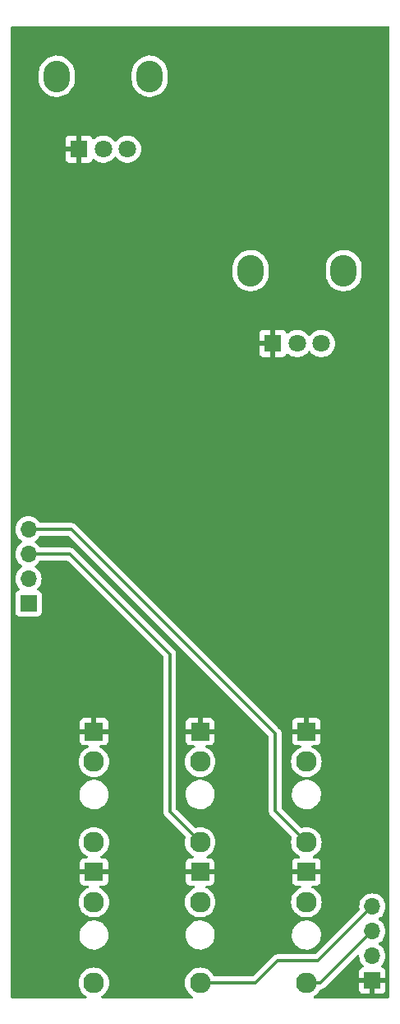
<source format=gbr>
%TF.GenerationSoftware,KiCad,Pcbnew,7.0.10*%
%TF.CreationDate,2024-02-20T21:55:09-06:00*%
%TF.ProjectId,Dual_VCA,4475616c-5f56-4434-912e-6b696361645f,rev?*%
%TF.SameCoordinates,Original*%
%TF.FileFunction,Copper,L1,Top*%
%TF.FilePolarity,Positive*%
%FSLAX46Y46*%
G04 Gerber Fmt 4.6, Leading zero omitted, Abs format (unit mm)*
G04 Created by KiCad (PCBNEW 7.0.10) date 2024-02-20 21:55:09*
%MOMM*%
%LPD*%
G01*
G04 APERTURE LIST*
%TA.AperFunction,ComponentPad*%
%ADD10R,1.930000X1.830000*%
%TD*%
%TA.AperFunction,ComponentPad*%
%ADD11C,2.130000*%
%TD*%
%TA.AperFunction,ComponentPad*%
%ADD12R,1.700000X1.700000*%
%TD*%
%TA.AperFunction,ComponentPad*%
%ADD13O,1.700000X1.700000*%
%TD*%
%TA.AperFunction,ComponentPad*%
%ADD14O,2.720000X3.240000*%
%TD*%
%TA.AperFunction,ComponentPad*%
%ADD15R,1.800000X1.800000*%
%TD*%
%TA.AperFunction,ComponentPad*%
%ADD16C,1.800000*%
%TD*%
%TA.AperFunction,Conductor*%
%ADD17C,0.300000*%
%TD*%
G04 APERTURE END LIST*
D10*
%TO.P,J6,S*%
%TO.N,GND*%
X173310000Y-127100000D03*
D11*
%TO.P,J6,T*%
%TO.N,/in2_b*%
X173310000Y-138500000D03*
%TO.P,J6,TN*%
%TO.N,unconnected-(J6-PadTN)*%
X173310000Y-130200000D03*
%TD*%
D12*
%TO.P,J10,1,Pin_1*%
%TO.N,GND*%
X191060000Y-152730000D03*
D13*
%TO.P,J10,2,Pin_2*%
%TO.N,/cv1_b*%
X191060000Y-150190000D03*
%TO.P,J10,3,Pin_3*%
%TO.N,/out1_b*%
X191060000Y-147650000D03*
%TO.P,J10,4,Pin_4*%
%TO.N,/in1_b*%
X191060000Y-145110000D03*
%TD*%
D10*
%TO.P,J5,S*%
%TO.N,GND*%
X184260000Y-127100000D03*
D11*
%TO.P,J5,T*%
%TO.N,/out2_b*%
X184260000Y-138500000D03*
%TO.P,J5,TN*%
%TO.N,unconnected-(J5-PadTN)*%
X184260000Y-130200000D03*
%TD*%
D10*
%TO.P,J2,S*%
%TO.N,GND*%
X184260000Y-141550000D03*
D11*
%TO.P,J2,T*%
%TO.N,/out1_b*%
X184260000Y-152950000D03*
%TO.P,J2,TN*%
%TO.N,unconnected-(J2-PadTN)*%
X184260000Y-144650000D03*
%TD*%
D12*
%TO.P,J9,1,Pin_1*%
%TO.N,unconnected-(J9-Pin_1-Pad1)*%
X155610000Y-113930000D03*
D13*
%TO.P,J9,2,Pin_2*%
%TO.N,/cv2_b*%
X155610000Y-111390000D03*
%TO.P,J9,3,Pin_3*%
%TO.N,/in2_b*%
X155610000Y-108850000D03*
%TO.P,J9,4,Pin_4*%
%TO.N,/out2_b*%
X155610000Y-106310000D03*
%TD*%
D14*
%TO.P,RV5,*%
%TO.N,*%
X158520000Y-59700000D03*
X168120000Y-59700000D03*
D15*
%TO.P,RV5,1,1*%
%TO.N,GND*%
X160820000Y-67200000D03*
D16*
%TO.P,RV5,2,2*%
%TO.N,/cv2_b*%
X163310000Y-67200000D03*
%TO.P,RV5,3,3*%
%TO.N,Net-(J7-PadT)*%
X165820000Y-67200000D03*
%TD*%
D10*
%TO.P,J1,S*%
%TO.N,GND*%
X162360000Y-141550000D03*
D11*
%TO.P,J1,T*%
%TO.N,Net-(J1-PadT)*%
X162360000Y-152950000D03*
%TO.P,J1,TN*%
%TO.N,unconnected-(J1-PadTN)*%
X162360000Y-144650000D03*
%TD*%
D10*
%TO.P,J3,S*%
%TO.N,GND*%
X173310000Y-141550000D03*
D11*
%TO.P,J3,T*%
%TO.N,/in1_b*%
X173310000Y-152950000D03*
%TO.P,J3,TN*%
%TO.N,unconnected-(J3-PadTN)*%
X173310000Y-144650000D03*
%TD*%
D10*
%TO.P,J7,S*%
%TO.N,GND*%
X162360000Y-127100000D03*
D11*
%TO.P,J7,T*%
%TO.N,Net-(J7-PadT)*%
X162360000Y-138500000D03*
%TO.P,J7,TN*%
%TO.N,unconnected-(J7-PadTN)*%
X162360000Y-130200000D03*
%TD*%
D14*
%TO.P,RV1,*%
%TO.N,*%
X178510000Y-79695000D03*
X188110000Y-79695000D03*
D15*
%TO.P,RV1,1,1*%
%TO.N,GND*%
X180810000Y-87195000D03*
D16*
%TO.P,RV1,2,2*%
%TO.N,/cv1_b*%
X183310000Y-87195000D03*
%TO.P,RV1,3,3*%
%TO.N,Net-(J1-PadT)*%
X185810000Y-87195000D03*
%TD*%
D17*
%TO.N,/out1_b*%
X185710000Y-152950000D02*
X184260000Y-152950000D01*
X191010000Y-147650000D02*
X185710000Y-152950000D01*
%TO.N,/in2_b*%
X159890000Y-108850000D02*
X155560000Y-108850000D01*
%TO.N,/out2_b*%
X181050000Y-127330000D02*
X160030000Y-106310000D01*
%TO.N,/in2_b*%
X170190000Y-135380000D02*
X173310000Y-138500000D01*
%TO.N,/in1_b*%
X179030000Y-152950000D02*
X173310000Y-152950000D01*
X181300000Y-150680000D02*
X179030000Y-152950000D01*
%TO.N,/in2_b*%
X170190000Y-135300000D02*
X170190000Y-135380000D01*
X170180000Y-119140000D02*
X159890000Y-108850000D01*
X170190000Y-135300000D02*
X170180000Y-135300000D01*
%TO.N,/out2_b*%
X181050000Y-135290000D02*
X181050000Y-127330000D01*
X160030000Y-106310000D02*
X155560000Y-106310000D01*
X184260000Y-138500000D02*
X181050000Y-135290000D01*
%TO.N,/in2_b*%
X170180000Y-135300000D02*
X170180000Y-119140000D01*
%TO.N,/in1_b*%
X185440000Y-150680000D02*
X181300000Y-150680000D01*
X191010000Y-145110000D02*
X185440000Y-150680000D01*
%TD*%
%TA.AperFunction,Conductor*%
%TO.N,GND*%
G36*
X192752539Y-54550185D02*
G01*
X192798294Y-54602989D01*
X192809500Y-54654500D01*
X192809500Y-154405500D01*
X192789815Y-154472539D01*
X192737011Y-154518294D01*
X192685500Y-154529500D01*
X185118342Y-154529500D01*
X185051303Y-154509815D01*
X185005548Y-154457011D01*
X184995604Y-154387853D01*
X185024629Y-154324297D01*
X185053548Y-154299774D01*
X185183023Y-154220433D01*
X185370399Y-154060399D01*
X185530433Y-153873023D01*
X185659184Y-153662920D01*
X185659185Y-153662917D01*
X185661729Y-153658766D01*
X185663761Y-153660011D01*
X185704977Y-153616327D01*
X185751979Y-153600367D01*
X185753923Y-153600120D01*
X185755278Y-153599949D01*
X185766939Y-153599030D01*
X185812569Y-153597597D01*
X185832956Y-153591673D01*
X185851996Y-153587731D01*
X185873058Y-153585071D01*
X185915520Y-153568258D01*
X185926557Y-153564480D01*
X185970398Y-153551744D01*
X185988665Y-153540939D01*
X186006136Y-153532380D01*
X186025871Y-153524568D01*
X186062816Y-153497725D01*
X186072558Y-153491326D01*
X186111865Y-153468081D01*
X186126870Y-153453075D01*
X186141668Y-153440436D01*
X186148790Y-153435262D01*
X186158837Y-153427963D01*
X186187946Y-153392774D01*
X186195790Y-153384154D01*
X189493584Y-150086360D01*
X189554905Y-150052877D01*
X189624597Y-150057861D01*
X189680530Y-150099733D01*
X189704947Y-150165197D01*
X189704792Y-150184846D01*
X189704341Y-150190001D01*
X189724936Y-150425403D01*
X189724938Y-150425413D01*
X189786094Y-150653655D01*
X189786096Y-150653659D01*
X189786097Y-150653663D01*
X189885965Y-150867830D01*
X189885967Y-150867834D01*
X189994281Y-151022521D01*
X190021501Y-151061396D01*
X190021506Y-151061402D01*
X190143818Y-151183714D01*
X190177303Y-151245037D01*
X190172319Y-151314729D01*
X190130447Y-151370662D01*
X190099471Y-151387577D01*
X189967912Y-151436646D01*
X189967906Y-151436649D01*
X189852812Y-151522809D01*
X189852809Y-151522812D01*
X189766649Y-151637906D01*
X189766645Y-151637913D01*
X189716403Y-151772620D01*
X189716401Y-151772627D01*
X189710000Y-151832155D01*
X189710000Y-152480000D01*
X190626314Y-152480000D01*
X190600507Y-152520156D01*
X190560000Y-152658111D01*
X190560000Y-152801889D01*
X190600507Y-152939844D01*
X190626314Y-152980000D01*
X189710000Y-152980000D01*
X189710000Y-153627844D01*
X189716401Y-153687372D01*
X189716403Y-153687379D01*
X189766645Y-153822086D01*
X189766649Y-153822093D01*
X189852809Y-153937187D01*
X189852812Y-153937190D01*
X189967906Y-154023350D01*
X189967913Y-154023354D01*
X190102620Y-154073596D01*
X190102627Y-154073598D01*
X190162155Y-154079999D01*
X190162172Y-154080000D01*
X190810000Y-154080000D01*
X190810000Y-153165501D01*
X190917685Y-153214680D01*
X191024237Y-153230000D01*
X191095763Y-153230000D01*
X191202315Y-153214680D01*
X191310000Y-153165501D01*
X191310000Y-154080000D01*
X191957828Y-154080000D01*
X191957844Y-154079999D01*
X192017372Y-154073598D01*
X192017379Y-154073596D01*
X192152086Y-154023354D01*
X192152093Y-154023350D01*
X192267187Y-153937190D01*
X192267190Y-153937187D01*
X192353350Y-153822093D01*
X192353354Y-153822086D01*
X192403596Y-153687379D01*
X192403598Y-153687372D01*
X192409999Y-153627844D01*
X192410000Y-153627827D01*
X192410000Y-152980000D01*
X191493686Y-152980000D01*
X191519493Y-152939844D01*
X191560000Y-152801889D01*
X191560000Y-152658111D01*
X191519493Y-152520156D01*
X191493686Y-152480000D01*
X192410000Y-152480000D01*
X192410000Y-151832172D01*
X192409999Y-151832155D01*
X192403598Y-151772627D01*
X192403596Y-151772620D01*
X192353354Y-151637913D01*
X192353350Y-151637906D01*
X192267190Y-151522812D01*
X192267187Y-151522809D01*
X192152093Y-151436649D01*
X192152088Y-151436646D01*
X192020528Y-151387577D01*
X191964595Y-151345705D01*
X191940178Y-151280241D01*
X191955030Y-151211968D01*
X191976175Y-151183720D01*
X192098495Y-151061401D01*
X192234035Y-150867830D01*
X192333903Y-150653663D01*
X192395063Y-150425408D01*
X192415659Y-150190000D01*
X192395063Y-149954592D01*
X192333903Y-149726337D01*
X192234035Y-149512171D01*
X192227089Y-149502250D01*
X192098494Y-149318597D01*
X191931402Y-149151506D01*
X191931396Y-149151501D01*
X191745842Y-149021575D01*
X191702217Y-148966998D01*
X191695023Y-148897500D01*
X191726546Y-148835145D01*
X191745842Y-148818425D01*
X191768026Y-148802891D01*
X191931401Y-148688495D01*
X192098495Y-148521401D01*
X192234035Y-148327830D01*
X192333903Y-148113663D01*
X192395063Y-147885408D01*
X192415659Y-147650000D01*
X192395063Y-147414592D01*
X192333903Y-147186337D01*
X192234035Y-146972171D01*
X192203955Y-146929211D01*
X192098494Y-146778597D01*
X191931402Y-146611506D01*
X191931396Y-146611501D01*
X191745842Y-146481575D01*
X191702217Y-146426998D01*
X191695023Y-146357500D01*
X191726546Y-146295145D01*
X191745842Y-146278425D01*
X191856406Y-146201007D01*
X191931401Y-146148495D01*
X192098495Y-145981401D01*
X192234035Y-145787830D01*
X192333903Y-145573663D01*
X192395063Y-145345408D01*
X192415659Y-145110000D01*
X192395063Y-144874592D01*
X192348626Y-144701285D01*
X192333905Y-144646344D01*
X192333904Y-144646343D01*
X192333903Y-144646337D01*
X192234035Y-144432171D01*
X192214552Y-144404345D01*
X192098494Y-144238597D01*
X191931402Y-144071506D01*
X191931395Y-144071501D01*
X191737834Y-143935967D01*
X191737830Y-143935965D01*
X191737828Y-143935964D01*
X191523663Y-143836097D01*
X191523659Y-143836096D01*
X191523655Y-143836094D01*
X191295413Y-143774938D01*
X191295403Y-143774936D01*
X191060001Y-143754341D01*
X191059999Y-143754341D01*
X190824596Y-143774936D01*
X190824586Y-143774938D01*
X190596344Y-143836094D01*
X190596335Y-143836098D01*
X190382171Y-143935964D01*
X190382169Y-143935965D01*
X190188597Y-144071505D01*
X190021505Y-144238597D01*
X189885965Y-144432169D01*
X189885964Y-144432171D01*
X189786098Y-144646335D01*
X189786094Y-144646344D01*
X189724938Y-144874586D01*
X189724936Y-144874596D01*
X189704341Y-145109999D01*
X189704341Y-145110000D01*
X189724936Y-145345403D01*
X189724939Y-145345416D01*
X189733818Y-145378555D01*
X189732155Y-145448405D01*
X189701724Y-145498328D01*
X185206873Y-149993181D01*
X185145550Y-150026666D01*
X185119192Y-150029500D01*
X181385506Y-150029500D01*
X181369495Y-150027732D01*
X181369473Y-150027974D01*
X181361706Y-150027239D01*
X181291724Y-150029439D01*
X181287829Y-150029500D01*
X181259075Y-150029500D01*
X181259069Y-150029500D01*
X181259063Y-150029501D01*
X181254699Y-150030052D01*
X181243069Y-150030967D01*
X181197432Y-150032401D01*
X181197431Y-150032401D01*
X181177041Y-150038325D01*
X181157996Y-150042269D01*
X181136942Y-150044929D01*
X181094490Y-150061736D01*
X181083443Y-150065518D01*
X181039602Y-150078255D01*
X181039595Y-150078258D01*
X181021329Y-150089061D01*
X181003861Y-150097619D01*
X180984128Y-150105432D01*
X180947193Y-150132266D01*
X180937434Y-150138676D01*
X180898132Y-150161920D01*
X180883126Y-150176926D01*
X180868336Y-150189558D01*
X180851167Y-150202032D01*
X180851165Y-150202034D01*
X180822056Y-150237219D01*
X180814196Y-150245856D01*
X178796873Y-152263181D01*
X178735550Y-152296666D01*
X178709192Y-152299500D01*
X174816879Y-152299500D01*
X174749840Y-152279815D01*
X174711152Y-152240290D01*
X174580436Y-152026982D01*
X174580435Y-152026979D01*
X174544280Y-151984648D01*
X174420399Y-151839601D01*
X174296516Y-151733795D01*
X174233020Y-151679564D01*
X174233018Y-151679563D01*
X174022920Y-151550815D01*
X173795264Y-151456517D01*
X173555658Y-151398993D01*
X173310000Y-151379659D01*
X173064341Y-151398993D01*
X172824735Y-151456517D01*
X172597079Y-151550815D01*
X172386981Y-151679563D01*
X172386979Y-151679564D01*
X172199601Y-151839601D01*
X172039564Y-152026979D01*
X172039563Y-152026981D01*
X171910815Y-152237079D01*
X171816517Y-152464735D01*
X171758993Y-152704341D01*
X171739659Y-152950000D01*
X171758993Y-153195658D01*
X171816517Y-153435264D01*
X171910815Y-153662920D01*
X172039563Y-153873018D01*
X172039564Y-153873020D01*
X172039567Y-153873023D01*
X172199601Y-154060399D01*
X172386977Y-154220433D01*
X172516449Y-154299773D01*
X172563323Y-154351584D01*
X172574746Y-154420514D01*
X172547089Y-154484677D01*
X172489133Y-154523701D01*
X172451658Y-154529500D01*
X163218342Y-154529500D01*
X163151303Y-154509815D01*
X163105548Y-154457011D01*
X163095604Y-154387853D01*
X163124629Y-154324297D01*
X163153548Y-154299774D01*
X163283023Y-154220433D01*
X163470399Y-154060399D01*
X163630433Y-153873023D01*
X163759184Y-153662920D01*
X163853483Y-153435262D01*
X163911007Y-153195655D01*
X163930341Y-152950000D01*
X163911007Y-152704345D01*
X163853483Y-152464738D01*
X163826337Y-152399202D01*
X163759184Y-152237079D01*
X163630436Y-152026981D01*
X163630435Y-152026979D01*
X163594280Y-151984648D01*
X163470399Y-151839601D01*
X163346516Y-151733795D01*
X163283020Y-151679564D01*
X163283018Y-151679563D01*
X163072920Y-151550815D01*
X162845264Y-151456517D01*
X162605658Y-151398993D01*
X162360000Y-151379659D01*
X162114341Y-151398993D01*
X161874735Y-151456517D01*
X161647079Y-151550815D01*
X161436981Y-151679563D01*
X161436979Y-151679564D01*
X161249601Y-151839601D01*
X161089564Y-152026979D01*
X161089563Y-152026981D01*
X160960815Y-152237079D01*
X160866517Y-152464735D01*
X160808993Y-152704341D01*
X160789659Y-152950000D01*
X160808993Y-153195658D01*
X160866517Y-153435264D01*
X160960815Y-153662920D01*
X161089563Y-153873018D01*
X161089564Y-153873020D01*
X161089567Y-153873023D01*
X161249601Y-154060399D01*
X161436977Y-154220433D01*
X161566449Y-154299773D01*
X161613323Y-154351584D01*
X161624746Y-154420514D01*
X161597089Y-154484677D01*
X161539133Y-154523701D01*
X161501658Y-154529500D01*
X153934500Y-154529500D01*
X153867461Y-154509815D01*
X153821706Y-154457011D01*
X153810500Y-154405500D01*
X153810500Y-147993225D01*
X160855307Y-147993225D01*
X160869507Y-148239474D01*
X160869507Y-148239479D01*
X160923731Y-148480092D01*
X160923734Y-148480099D01*
X161008354Y-148688495D01*
X161016533Y-148708636D01*
X161145412Y-148918947D01*
X161187036Y-148966998D01*
X161306908Y-149105382D01*
X161496687Y-149262939D01*
X161496690Y-149262941D01*
X161496696Y-149262945D01*
X161709650Y-149387385D01*
X161940072Y-149475375D01*
X161940075Y-149475375D01*
X161940079Y-149475377D01*
X162181785Y-149524553D01*
X162428278Y-149533592D01*
X162672936Y-149502250D01*
X162909191Y-149431370D01*
X163130697Y-149322856D01*
X163331505Y-149179621D01*
X163506223Y-149005512D01*
X163636627Y-148824035D01*
X163650156Y-148805208D01*
X163650159Y-148805202D01*
X163707840Y-148688495D01*
X163759445Y-148584079D01*
X163831149Y-148348074D01*
X163863344Y-148103526D01*
X163865141Y-148030000D01*
X163862118Y-147993225D01*
X171805307Y-147993225D01*
X171819507Y-148239474D01*
X171819507Y-148239479D01*
X171873731Y-148480092D01*
X171873734Y-148480099D01*
X171958354Y-148688495D01*
X171966533Y-148708636D01*
X172095412Y-148918947D01*
X172137036Y-148966998D01*
X172256908Y-149105382D01*
X172446687Y-149262939D01*
X172446690Y-149262941D01*
X172446696Y-149262945D01*
X172659650Y-149387385D01*
X172890072Y-149475375D01*
X172890075Y-149475375D01*
X172890079Y-149475377D01*
X173131785Y-149524553D01*
X173378278Y-149533592D01*
X173622936Y-149502250D01*
X173859191Y-149431370D01*
X174080697Y-149322856D01*
X174281505Y-149179621D01*
X174456223Y-149005512D01*
X174586627Y-148824035D01*
X174600156Y-148805208D01*
X174600159Y-148805202D01*
X174657840Y-148688495D01*
X174709445Y-148584079D01*
X174781149Y-148348074D01*
X174813344Y-148103526D01*
X174815141Y-148030000D01*
X174812118Y-147993225D01*
X182755307Y-147993225D01*
X182769507Y-148239474D01*
X182769507Y-148239479D01*
X182823731Y-148480092D01*
X182823734Y-148480099D01*
X182908354Y-148688495D01*
X182916533Y-148708636D01*
X183045412Y-148918947D01*
X183087036Y-148966998D01*
X183206908Y-149105382D01*
X183396687Y-149262939D01*
X183396690Y-149262941D01*
X183396696Y-149262945D01*
X183609650Y-149387385D01*
X183840072Y-149475375D01*
X183840075Y-149475375D01*
X183840079Y-149475377D01*
X184081785Y-149524553D01*
X184328278Y-149533592D01*
X184572936Y-149502250D01*
X184809191Y-149431370D01*
X185030697Y-149322856D01*
X185231505Y-149179621D01*
X185406223Y-149005512D01*
X185536627Y-148824035D01*
X185550156Y-148805208D01*
X185550159Y-148805202D01*
X185607840Y-148688495D01*
X185659445Y-148584079D01*
X185731149Y-148348074D01*
X185763344Y-148103526D01*
X185765141Y-148030000D01*
X185744930Y-147784171D01*
X185684841Y-147544945D01*
X185586486Y-147318744D01*
X185452508Y-147111645D01*
X185286504Y-146929210D01*
X185216276Y-146873747D01*
X185092935Y-146776338D01*
X185092932Y-146776336D01*
X184876991Y-146657130D01*
X184876982Y-146657126D01*
X184644491Y-146574796D01*
X184644471Y-146574791D01*
X184401644Y-146531538D01*
X184401652Y-146531538D01*
X184160496Y-146528592D01*
X184155007Y-146528525D01*
X184155006Y-146528525D01*
X184155005Y-146528525D01*
X184155004Y-146528525D01*
X183911190Y-146565834D01*
X183911180Y-146565837D01*
X183676732Y-146642466D01*
X183457951Y-146756356D01*
X183457948Y-146756358D01*
X183260698Y-146904456D01*
X183090289Y-147082779D01*
X183090279Y-147082792D01*
X182951287Y-147286547D01*
X182951285Y-147286552D01*
X182847439Y-147510268D01*
X182847436Y-147510276D01*
X182781520Y-147747960D01*
X182781519Y-147747967D01*
X182755307Y-147993225D01*
X174812118Y-147993225D01*
X174794930Y-147784171D01*
X174734841Y-147544945D01*
X174636486Y-147318744D01*
X174502508Y-147111645D01*
X174336504Y-146929210D01*
X174266276Y-146873747D01*
X174142935Y-146776338D01*
X174142932Y-146776336D01*
X173926991Y-146657130D01*
X173926982Y-146657126D01*
X173694491Y-146574796D01*
X173694471Y-146574791D01*
X173451644Y-146531538D01*
X173451652Y-146531538D01*
X173210496Y-146528592D01*
X173205007Y-146528525D01*
X173205006Y-146528525D01*
X173205005Y-146528525D01*
X173205004Y-146528525D01*
X172961190Y-146565834D01*
X172961180Y-146565837D01*
X172726732Y-146642466D01*
X172507951Y-146756356D01*
X172507948Y-146756358D01*
X172310698Y-146904456D01*
X172140289Y-147082779D01*
X172140279Y-147082792D01*
X172001287Y-147286547D01*
X172001285Y-147286552D01*
X171897439Y-147510268D01*
X171897436Y-147510276D01*
X171831520Y-147747960D01*
X171831519Y-147747967D01*
X171805307Y-147993225D01*
X163862118Y-147993225D01*
X163844930Y-147784171D01*
X163784841Y-147544945D01*
X163686486Y-147318744D01*
X163552508Y-147111645D01*
X163386504Y-146929210D01*
X163316276Y-146873747D01*
X163192935Y-146776338D01*
X163192932Y-146776336D01*
X162976991Y-146657130D01*
X162976982Y-146657126D01*
X162744491Y-146574796D01*
X162744471Y-146574791D01*
X162501644Y-146531538D01*
X162501652Y-146531538D01*
X162260496Y-146528592D01*
X162255007Y-146528525D01*
X162255006Y-146528525D01*
X162255005Y-146528525D01*
X162255004Y-146528525D01*
X162011190Y-146565834D01*
X162011180Y-146565837D01*
X161776732Y-146642466D01*
X161557951Y-146756356D01*
X161557948Y-146756358D01*
X161360698Y-146904456D01*
X161190289Y-147082779D01*
X161190279Y-147082792D01*
X161051287Y-147286547D01*
X161051285Y-147286552D01*
X160947439Y-147510268D01*
X160947436Y-147510276D01*
X160881520Y-147747960D01*
X160881519Y-147747967D01*
X160855307Y-147993225D01*
X153810500Y-147993225D01*
X153810500Y-144650000D01*
X160789659Y-144650000D01*
X160808993Y-144895658D01*
X160866517Y-145135264D01*
X160960815Y-145362920D01*
X161089563Y-145573018D01*
X161089564Y-145573020D01*
X161090114Y-145573664D01*
X161249601Y-145760399D01*
X161394648Y-145884280D01*
X161436979Y-145920435D01*
X161436981Y-145920436D01*
X161647079Y-146049184D01*
X161874735Y-146143482D01*
X161874736Y-146143482D01*
X161874738Y-146143483D01*
X162114345Y-146201007D01*
X162360000Y-146220341D01*
X162605655Y-146201007D01*
X162845262Y-146143483D01*
X163072920Y-146049184D01*
X163283023Y-145920433D01*
X163470399Y-145760399D01*
X163630433Y-145573023D01*
X163759184Y-145362920D01*
X163853483Y-145135262D01*
X163911007Y-144895655D01*
X163930341Y-144650000D01*
X163911007Y-144404345D01*
X163853483Y-144164738D01*
X163759184Y-143937080D01*
X163759184Y-143937079D01*
X163630436Y-143726981D01*
X163630435Y-143726979D01*
X163594280Y-143684648D01*
X163470399Y-143539601D01*
X163346516Y-143433795D01*
X163283020Y-143379564D01*
X163283018Y-143379563D01*
X163072919Y-143250815D01*
X163072920Y-143250815D01*
X162958838Y-143203561D01*
X162904435Y-143159720D01*
X162882370Y-143093426D01*
X162899649Y-143025726D01*
X162950787Y-142978116D01*
X163006291Y-142965000D01*
X163372828Y-142965000D01*
X163372844Y-142964999D01*
X163432372Y-142958598D01*
X163432379Y-142958596D01*
X163567086Y-142908354D01*
X163567093Y-142908350D01*
X163682187Y-142822190D01*
X163682190Y-142822187D01*
X163768350Y-142707093D01*
X163768354Y-142707086D01*
X163818596Y-142572379D01*
X163818598Y-142572372D01*
X163824999Y-142512844D01*
X163825000Y-142512827D01*
X163825000Y-141800000D01*
X162916520Y-141800000D01*
X162944755Y-141739998D01*
X162973635Y-141588607D01*
X162963957Y-141434789D01*
X162920162Y-141300000D01*
X163825000Y-141300000D01*
X163825000Y-140587172D01*
X163824999Y-140587155D01*
X163818598Y-140527627D01*
X163818596Y-140527620D01*
X163768354Y-140392913D01*
X163768350Y-140392906D01*
X163682190Y-140277812D01*
X163682187Y-140277809D01*
X163567093Y-140191649D01*
X163567086Y-140191645D01*
X163432379Y-140141403D01*
X163432372Y-140141401D01*
X163372844Y-140135000D01*
X163126603Y-140135000D01*
X163059564Y-140115315D01*
X163013809Y-140062511D01*
X163003865Y-139993353D01*
X163032890Y-139929797D01*
X163070305Y-139900517D01*
X163072914Y-139899186D01*
X163072920Y-139899184D01*
X163283023Y-139770433D01*
X163470399Y-139610399D01*
X163630433Y-139423023D01*
X163759184Y-139212920D01*
X163853483Y-138985262D01*
X163911007Y-138745655D01*
X163930341Y-138500000D01*
X163911007Y-138254345D01*
X163853483Y-138014738D01*
X163827628Y-137952318D01*
X163759184Y-137787079D01*
X163630436Y-137576981D01*
X163630435Y-137576979D01*
X163594280Y-137534648D01*
X163470399Y-137389601D01*
X163346516Y-137283795D01*
X163283020Y-137229564D01*
X163283018Y-137229563D01*
X163072920Y-137100815D01*
X162845264Y-137006517D01*
X162605658Y-136948993D01*
X162360000Y-136929659D01*
X162114341Y-136948993D01*
X161874735Y-137006517D01*
X161647079Y-137100815D01*
X161436981Y-137229563D01*
X161436979Y-137229564D01*
X161249601Y-137389601D01*
X161089564Y-137576979D01*
X161089563Y-137576981D01*
X160960815Y-137787079D01*
X160866517Y-138014735D01*
X160808993Y-138254341D01*
X160789659Y-138500000D01*
X160808993Y-138745658D01*
X160866517Y-138985264D01*
X160960815Y-139212920D01*
X161089563Y-139423018D01*
X161089564Y-139423020D01*
X161089567Y-139423023D01*
X161249601Y-139610399D01*
X161394648Y-139734280D01*
X161436979Y-139770435D01*
X161436981Y-139770436D01*
X161647080Y-139899184D01*
X161649695Y-139900517D01*
X161650508Y-139901285D01*
X161651234Y-139901730D01*
X161651140Y-139901882D01*
X161700490Y-139948493D01*
X161717283Y-140016314D01*
X161694743Y-140082449D01*
X161640027Y-140125898D01*
X161593397Y-140135000D01*
X161347155Y-140135000D01*
X161287627Y-140141401D01*
X161287620Y-140141403D01*
X161152913Y-140191645D01*
X161152906Y-140191649D01*
X161037812Y-140277809D01*
X161037809Y-140277812D01*
X160951649Y-140392906D01*
X160951645Y-140392913D01*
X160901403Y-140527620D01*
X160901401Y-140527627D01*
X160895000Y-140587155D01*
X160895000Y-141300000D01*
X161803480Y-141300000D01*
X161775245Y-141360002D01*
X161746365Y-141511393D01*
X161756043Y-141665211D01*
X161799838Y-141800000D01*
X160895000Y-141800000D01*
X160895000Y-142512844D01*
X160901401Y-142572372D01*
X160901403Y-142572379D01*
X160951645Y-142707086D01*
X160951649Y-142707093D01*
X161037809Y-142822187D01*
X161037812Y-142822190D01*
X161152906Y-142908350D01*
X161152913Y-142908354D01*
X161287620Y-142958596D01*
X161287627Y-142958598D01*
X161347155Y-142964999D01*
X161347172Y-142965000D01*
X161713709Y-142965000D01*
X161780748Y-142984685D01*
X161826503Y-143037489D01*
X161836447Y-143106647D01*
X161807422Y-143170203D01*
X161761162Y-143203561D01*
X161647079Y-143250815D01*
X161436981Y-143379563D01*
X161436979Y-143379564D01*
X161249601Y-143539601D01*
X161089564Y-143726979D01*
X161089563Y-143726981D01*
X160960815Y-143937079D01*
X160866517Y-144164735D01*
X160808993Y-144404341D01*
X160789659Y-144650000D01*
X153810500Y-144650000D01*
X153810500Y-133543225D01*
X160855307Y-133543225D01*
X160869507Y-133789474D01*
X160869507Y-133789479D01*
X160923731Y-134030092D01*
X161016533Y-134258636D01*
X161145412Y-134468947D01*
X161220393Y-134555507D01*
X161306908Y-134655382D01*
X161496687Y-134812939D01*
X161496690Y-134812941D01*
X161496696Y-134812945D01*
X161709650Y-134937385D01*
X161940072Y-135025375D01*
X161940075Y-135025375D01*
X161940079Y-135025377D01*
X162181785Y-135074553D01*
X162428278Y-135083592D01*
X162672936Y-135052250D01*
X162909191Y-134981370D01*
X163130697Y-134872856D01*
X163331505Y-134729621D01*
X163506223Y-134555512D01*
X163650158Y-134355205D01*
X163759445Y-134134079D01*
X163831149Y-133898074D01*
X163863344Y-133653526D01*
X163865141Y-133580000D01*
X163844930Y-133334171D01*
X163784841Y-133094945D01*
X163686486Y-132868744D01*
X163552508Y-132661645D01*
X163386504Y-132479210D01*
X163192932Y-132326336D01*
X162976991Y-132207130D01*
X162976982Y-132207126D01*
X162744491Y-132124796D01*
X162744471Y-132124791D01*
X162501644Y-132081538D01*
X162501652Y-132081538D01*
X162260496Y-132078592D01*
X162255007Y-132078525D01*
X162255006Y-132078525D01*
X162255005Y-132078525D01*
X162255004Y-132078525D01*
X162011190Y-132115834D01*
X162011180Y-132115837D01*
X161776732Y-132192466D01*
X161557951Y-132306356D01*
X161557948Y-132306358D01*
X161360698Y-132454456D01*
X161190289Y-132632779D01*
X161190279Y-132632792D01*
X161051287Y-132836547D01*
X161051285Y-132836552D01*
X160947439Y-133060268D01*
X160947436Y-133060276D01*
X160881520Y-133297960D01*
X160881519Y-133297967D01*
X160855307Y-133543225D01*
X153810500Y-133543225D01*
X153810500Y-130200000D01*
X160789659Y-130200000D01*
X160808993Y-130445658D01*
X160866517Y-130685264D01*
X160960815Y-130912920D01*
X161089563Y-131123018D01*
X161089564Y-131123020D01*
X161089567Y-131123023D01*
X161249601Y-131310399D01*
X161394648Y-131434280D01*
X161436979Y-131470435D01*
X161436981Y-131470436D01*
X161647079Y-131599184D01*
X161874735Y-131693482D01*
X161874736Y-131693482D01*
X161874738Y-131693483D01*
X162114345Y-131751007D01*
X162360000Y-131770341D01*
X162605655Y-131751007D01*
X162845262Y-131693483D01*
X163072920Y-131599184D01*
X163283023Y-131470433D01*
X163470399Y-131310399D01*
X163630433Y-131123023D01*
X163759184Y-130912920D01*
X163853483Y-130685262D01*
X163911007Y-130445655D01*
X163930341Y-130200000D01*
X163911007Y-129954345D01*
X163853483Y-129714738D01*
X163759184Y-129487080D01*
X163759184Y-129487079D01*
X163630436Y-129276981D01*
X163630435Y-129276979D01*
X163594280Y-129234648D01*
X163470399Y-129089601D01*
X163346516Y-128983795D01*
X163283020Y-128929564D01*
X163283018Y-128929563D01*
X163072919Y-128800815D01*
X163072920Y-128800815D01*
X162958838Y-128753561D01*
X162904435Y-128709720D01*
X162882370Y-128643426D01*
X162899649Y-128575726D01*
X162950787Y-128528116D01*
X163006291Y-128515000D01*
X163372828Y-128515000D01*
X163372844Y-128514999D01*
X163432372Y-128508598D01*
X163432379Y-128508596D01*
X163567086Y-128458354D01*
X163567093Y-128458350D01*
X163682187Y-128372190D01*
X163682190Y-128372187D01*
X163768350Y-128257093D01*
X163768354Y-128257086D01*
X163818596Y-128122379D01*
X163818598Y-128122372D01*
X163824999Y-128062844D01*
X163825000Y-128062827D01*
X163825000Y-127350000D01*
X162916520Y-127350000D01*
X162944755Y-127289998D01*
X162973635Y-127138607D01*
X162963957Y-126984789D01*
X162920162Y-126850000D01*
X163825000Y-126850000D01*
X163825000Y-126137172D01*
X163824999Y-126137155D01*
X163818598Y-126077627D01*
X163818596Y-126077620D01*
X163768354Y-125942913D01*
X163768350Y-125942906D01*
X163682190Y-125827812D01*
X163682187Y-125827809D01*
X163567093Y-125741649D01*
X163567086Y-125741645D01*
X163432379Y-125691403D01*
X163432372Y-125691401D01*
X163372844Y-125685000D01*
X162610000Y-125685000D01*
X162610000Y-126541335D01*
X162586341Y-126528329D01*
X162437061Y-126490000D01*
X162321625Y-126490000D01*
X162207094Y-126504469D01*
X162110000Y-126542911D01*
X162110000Y-125685000D01*
X161347155Y-125685000D01*
X161287627Y-125691401D01*
X161287620Y-125691403D01*
X161152913Y-125741645D01*
X161152906Y-125741649D01*
X161037812Y-125827809D01*
X161037809Y-125827812D01*
X160951649Y-125942906D01*
X160951645Y-125942913D01*
X160901403Y-126077620D01*
X160901401Y-126077627D01*
X160895000Y-126137155D01*
X160895000Y-126850000D01*
X161803480Y-126850000D01*
X161775245Y-126910002D01*
X161746365Y-127061393D01*
X161756043Y-127215211D01*
X161799838Y-127350000D01*
X160895000Y-127350000D01*
X160895000Y-128062844D01*
X160901401Y-128122372D01*
X160901403Y-128122379D01*
X160951645Y-128257086D01*
X160951649Y-128257093D01*
X161037809Y-128372187D01*
X161037812Y-128372190D01*
X161152906Y-128458350D01*
X161152913Y-128458354D01*
X161287620Y-128508596D01*
X161287627Y-128508598D01*
X161347155Y-128514999D01*
X161347172Y-128515000D01*
X161713709Y-128515000D01*
X161780748Y-128534685D01*
X161826503Y-128587489D01*
X161836447Y-128656647D01*
X161807422Y-128720203D01*
X161761162Y-128753561D01*
X161647079Y-128800815D01*
X161436981Y-128929563D01*
X161436979Y-128929564D01*
X161249601Y-129089601D01*
X161089564Y-129276979D01*
X161089563Y-129276981D01*
X160960815Y-129487079D01*
X160866517Y-129714735D01*
X160808993Y-129954341D01*
X160789659Y-130200000D01*
X153810500Y-130200000D01*
X153810500Y-111390000D01*
X154254341Y-111390000D01*
X154274936Y-111625403D01*
X154274938Y-111625413D01*
X154336094Y-111853655D01*
X154336096Y-111853659D01*
X154336097Y-111853663D01*
X154435965Y-112067830D01*
X154435967Y-112067834D01*
X154544281Y-112222521D01*
X154571501Y-112261396D01*
X154571506Y-112261402D01*
X154693430Y-112383326D01*
X154726915Y-112444649D01*
X154721931Y-112514341D01*
X154680059Y-112570274D01*
X154649083Y-112587189D01*
X154517669Y-112636203D01*
X154517664Y-112636206D01*
X154402455Y-112722452D01*
X154402452Y-112722455D01*
X154316206Y-112837664D01*
X154316202Y-112837671D01*
X154265908Y-112972517D01*
X154259501Y-113032116D01*
X154259501Y-113032123D01*
X154259500Y-113032135D01*
X154259500Y-114827870D01*
X154259501Y-114827876D01*
X154265908Y-114887483D01*
X154316202Y-115022328D01*
X154316206Y-115022335D01*
X154402452Y-115137544D01*
X154402455Y-115137547D01*
X154517664Y-115223793D01*
X154517671Y-115223797D01*
X154652517Y-115274091D01*
X154652516Y-115274091D01*
X154659444Y-115274835D01*
X154712127Y-115280500D01*
X156507872Y-115280499D01*
X156567483Y-115274091D01*
X156702331Y-115223796D01*
X156817546Y-115137546D01*
X156903796Y-115022331D01*
X156954091Y-114887483D01*
X156960500Y-114827873D01*
X156960499Y-113032128D01*
X156954091Y-112972517D01*
X156903796Y-112837669D01*
X156903795Y-112837668D01*
X156903793Y-112837664D01*
X156817547Y-112722455D01*
X156817544Y-112722452D01*
X156702335Y-112636206D01*
X156702328Y-112636202D01*
X156570917Y-112587189D01*
X156514983Y-112545318D01*
X156490566Y-112479853D01*
X156505418Y-112411580D01*
X156526563Y-112383332D01*
X156648495Y-112261401D01*
X156784035Y-112067830D01*
X156883903Y-111853663D01*
X156945063Y-111625408D01*
X156965659Y-111390000D01*
X156945063Y-111154592D01*
X156883903Y-110926337D01*
X156784035Y-110712171D01*
X156648495Y-110518599D01*
X156648494Y-110518597D01*
X156481402Y-110351506D01*
X156481396Y-110351501D01*
X156295842Y-110221575D01*
X156252217Y-110166998D01*
X156245023Y-110097500D01*
X156276546Y-110035145D01*
X156295842Y-110018425D01*
X156318026Y-110002891D01*
X156481401Y-109888495D01*
X156648495Y-109721401D01*
X156766147Y-109553377D01*
X156820724Y-109509752D01*
X156867722Y-109500500D01*
X159569192Y-109500500D01*
X159636231Y-109520185D01*
X159656873Y-109536819D01*
X169493181Y-119373127D01*
X169526666Y-119434450D01*
X169529500Y-119460808D01*
X169529500Y-135226789D01*
X169527304Y-135250020D01*
X169525624Y-135258826D01*
X169525624Y-135258830D01*
X169529255Y-135316542D01*
X169529500Y-135324328D01*
X169529500Y-135340930D01*
X169531579Y-135357398D01*
X169532311Y-135365140D01*
X169535944Y-135422862D01*
X169537406Y-135430527D01*
X169537115Y-135430582D01*
X169541571Y-135456110D01*
X169542402Y-135482568D01*
X169542403Y-135482569D01*
X169548323Y-135502948D01*
X169552268Y-135521996D01*
X169554928Y-135543054D01*
X169554931Y-135543065D01*
X169571737Y-135585514D01*
X169575520Y-135596563D01*
X169588254Y-135640395D01*
X169588255Y-135640397D01*
X169599060Y-135658666D01*
X169607617Y-135676134D01*
X169613226Y-135690300D01*
X169615432Y-135695872D01*
X169642266Y-135732806D01*
X169648678Y-135742568D01*
X169671919Y-135781865D01*
X169671923Y-135781869D01*
X169686925Y-135796871D01*
X169699563Y-135811669D01*
X169712033Y-135828833D01*
X169712036Y-135828837D01*
X169747213Y-135857937D01*
X169755854Y-135865800D01*
X171784502Y-137894448D01*
X171817987Y-137955771D01*
X171817395Y-138011075D01*
X171758994Y-138254340D01*
X171758993Y-138254345D01*
X171739659Y-138500000D01*
X171758993Y-138745658D01*
X171816517Y-138985264D01*
X171910815Y-139212920D01*
X172039563Y-139423018D01*
X172039564Y-139423020D01*
X172039567Y-139423023D01*
X172199601Y-139610399D01*
X172344648Y-139734280D01*
X172386979Y-139770435D01*
X172386981Y-139770436D01*
X172597080Y-139899184D01*
X172599695Y-139900517D01*
X172600508Y-139901285D01*
X172601234Y-139901730D01*
X172601140Y-139901882D01*
X172650490Y-139948493D01*
X172667283Y-140016314D01*
X172644743Y-140082449D01*
X172590027Y-140125898D01*
X172543397Y-140135000D01*
X172297155Y-140135000D01*
X172237627Y-140141401D01*
X172237620Y-140141403D01*
X172102913Y-140191645D01*
X172102906Y-140191649D01*
X171987812Y-140277809D01*
X171987809Y-140277812D01*
X171901649Y-140392906D01*
X171901645Y-140392913D01*
X171851403Y-140527620D01*
X171851401Y-140527627D01*
X171845000Y-140587155D01*
X171845000Y-141300000D01*
X172753480Y-141300000D01*
X172725245Y-141360002D01*
X172696365Y-141511393D01*
X172706043Y-141665211D01*
X172749838Y-141800000D01*
X171845000Y-141800000D01*
X171845000Y-142512844D01*
X171851401Y-142572372D01*
X171851403Y-142572379D01*
X171901645Y-142707086D01*
X171901649Y-142707093D01*
X171987809Y-142822187D01*
X171987812Y-142822190D01*
X172102906Y-142908350D01*
X172102913Y-142908354D01*
X172237620Y-142958596D01*
X172237627Y-142958598D01*
X172297155Y-142964999D01*
X172297172Y-142965000D01*
X172663709Y-142965000D01*
X172730748Y-142984685D01*
X172776503Y-143037489D01*
X172786447Y-143106647D01*
X172757422Y-143170203D01*
X172711162Y-143203561D01*
X172597079Y-143250815D01*
X172386981Y-143379563D01*
X172386979Y-143379564D01*
X172199601Y-143539601D01*
X172039564Y-143726979D01*
X172039563Y-143726981D01*
X171910815Y-143937079D01*
X171816517Y-144164735D01*
X171758993Y-144404341D01*
X171739659Y-144650000D01*
X171758993Y-144895658D01*
X171816517Y-145135264D01*
X171910815Y-145362920D01*
X172039563Y-145573018D01*
X172039564Y-145573020D01*
X172040114Y-145573664D01*
X172199601Y-145760399D01*
X172344648Y-145884280D01*
X172386979Y-145920435D01*
X172386981Y-145920436D01*
X172597079Y-146049184D01*
X172824735Y-146143482D01*
X172824736Y-146143482D01*
X172824738Y-146143483D01*
X173064345Y-146201007D01*
X173310000Y-146220341D01*
X173555655Y-146201007D01*
X173795262Y-146143483D01*
X174022920Y-146049184D01*
X174233023Y-145920433D01*
X174420399Y-145760399D01*
X174580433Y-145573023D01*
X174709184Y-145362920D01*
X174803483Y-145135262D01*
X174861007Y-144895655D01*
X174880341Y-144650000D01*
X174861007Y-144404345D01*
X174803483Y-144164738D01*
X174709184Y-143937080D01*
X174709184Y-143937079D01*
X174580436Y-143726981D01*
X174580435Y-143726979D01*
X174544280Y-143684648D01*
X174420399Y-143539601D01*
X174296516Y-143433795D01*
X174233020Y-143379564D01*
X174233018Y-143379563D01*
X174022919Y-143250815D01*
X174022920Y-143250815D01*
X173908838Y-143203561D01*
X173854435Y-143159720D01*
X173832370Y-143093426D01*
X173849649Y-143025726D01*
X173900787Y-142978116D01*
X173956291Y-142965000D01*
X174322828Y-142965000D01*
X174322844Y-142964999D01*
X174382372Y-142958598D01*
X174382379Y-142958596D01*
X174517086Y-142908354D01*
X174517093Y-142908350D01*
X174632187Y-142822190D01*
X174632190Y-142822187D01*
X174718350Y-142707093D01*
X174718354Y-142707086D01*
X174768596Y-142572379D01*
X174768598Y-142572372D01*
X174774999Y-142512844D01*
X174775000Y-142512827D01*
X174775000Y-141800000D01*
X173866520Y-141800000D01*
X173894755Y-141739998D01*
X173923635Y-141588607D01*
X173913957Y-141434789D01*
X173870162Y-141300000D01*
X174775000Y-141300000D01*
X174775000Y-140587172D01*
X174774999Y-140587155D01*
X174768598Y-140527627D01*
X174768596Y-140527620D01*
X174718354Y-140392913D01*
X174718350Y-140392906D01*
X174632190Y-140277812D01*
X174632187Y-140277809D01*
X174517093Y-140191649D01*
X174517086Y-140191645D01*
X174382379Y-140141403D01*
X174382372Y-140141401D01*
X174322844Y-140135000D01*
X174076603Y-140135000D01*
X174009564Y-140115315D01*
X173963809Y-140062511D01*
X173953865Y-139993353D01*
X173982890Y-139929797D01*
X174020305Y-139900517D01*
X174022914Y-139899186D01*
X174022920Y-139899184D01*
X174233023Y-139770433D01*
X174420399Y-139610399D01*
X174580433Y-139423023D01*
X174709184Y-139212920D01*
X174803483Y-138985262D01*
X174861007Y-138745655D01*
X174880341Y-138500000D01*
X174861007Y-138254345D01*
X174803483Y-138014738D01*
X174777628Y-137952318D01*
X174709184Y-137787079D01*
X174580436Y-137576981D01*
X174580435Y-137576979D01*
X174544280Y-137534648D01*
X174420399Y-137389601D01*
X174296516Y-137283795D01*
X174233020Y-137229564D01*
X174233018Y-137229563D01*
X174022920Y-137100815D01*
X173795264Y-137006517D01*
X173555658Y-136948993D01*
X173310000Y-136929659D01*
X173064345Y-136948993D01*
X173064341Y-136948993D01*
X173064340Y-136948994D01*
X172821075Y-137007395D01*
X172751293Y-137003904D01*
X172704448Y-136974502D01*
X170866819Y-135136873D01*
X170833334Y-135075550D01*
X170830500Y-135049192D01*
X170830500Y-133543225D01*
X171805307Y-133543225D01*
X171819507Y-133789474D01*
X171819507Y-133789479D01*
X171873731Y-134030092D01*
X171966533Y-134258636D01*
X172095412Y-134468947D01*
X172170393Y-134555507D01*
X172256908Y-134655382D01*
X172446687Y-134812939D01*
X172446690Y-134812941D01*
X172446696Y-134812945D01*
X172659650Y-134937385D01*
X172890072Y-135025375D01*
X172890075Y-135025375D01*
X172890079Y-135025377D01*
X173131785Y-135074553D01*
X173378278Y-135083592D01*
X173622936Y-135052250D01*
X173859191Y-134981370D01*
X174080697Y-134872856D01*
X174281505Y-134729621D01*
X174456223Y-134555512D01*
X174600158Y-134355205D01*
X174709445Y-134134079D01*
X174781149Y-133898074D01*
X174813344Y-133653526D01*
X174815141Y-133580000D01*
X174794930Y-133334171D01*
X174734841Y-133094945D01*
X174636486Y-132868744D01*
X174502508Y-132661645D01*
X174336504Y-132479210D01*
X174142932Y-132326336D01*
X173926991Y-132207130D01*
X173926982Y-132207126D01*
X173694491Y-132124796D01*
X173694471Y-132124791D01*
X173451644Y-132081538D01*
X173451652Y-132081538D01*
X173210496Y-132078592D01*
X173205007Y-132078525D01*
X173205006Y-132078525D01*
X173205005Y-132078525D01*
X173205004Y-132078525D01*
X172961190Y-132115834D01*
X172961180Y-132115837D01*
X172726732Y-132192466D01*
X172507951Y-132306356D01*
X172507948Y-132306358D01*
X172310698Y-132454456D01*
X172140289Y-132632779D01*
X172140279Y-132632792D01*
X172001287Y-132836547D01*
X172001285Y-132836552D01*
X171897439Y-133060268D01*
X171897436Y-133060276D01*
X171831520Y-133297960D01*
X171831519Y-133297967D01*
X171805307Y-133543225D01*
X170830500Y-133543225D01*
X170830500Y-130200000D01*
X171739659Y-130200000D01*
X171758993Y-130445658D01*
X171816517Y-130685264D01*
X171910815Y-130912920D01*
X172039563Y-131123018D01*
X172039564Y-131123020D01*
X172039567Y-131123023D01*
X172199601Y-131310399D01*
X172344648Y-131434280D01*
X172386979Y-131470435D01*
X172386981Y-131470436D01*
X172597079Y-131599184D01*
X172824735Y-131693482D01*
X172824736Y-131693482D01*
X172824738Y-131693483D01*
X173064345Y-131751007D01*
X173310000Y-131770341D01*
X173555655Y-131751007D01*
X173795262Y-131693483D01*
X174022920Y-131599184D01*
X174233023Y-131470433D01*
X174420399Y-131310399D01*
X174580433Y-131123023D01*
X174709184Y-130912920D01*
X174803483Y-130685262D01*
X174861007Y-130445655D01*
X174880341Y-130200000D01*
X174861007Y-129954345D01*
X174803483Y-129714738D01*
X174709184Y-129487080D01*
X174709184Y-129487079D01*
X174580436Y-129276981D01*
X174580435Y-129276979D01*
X174544280Y-129234648D01*
X174420399Y-129089601D01*
X174296516Y-128983795D01*
X174233020Y-128929564D01*
X174233018Y-128929563D01*
X174022919Y-128800815D01*
X174022920Y-128800815D01*
X173908838Y-128753561D01*
X173854435Y-128709720D01*
X173832370Y-128643426D01*
X173849649Y-128575726D01*
X173900787Y-128528116D01*
X173956291Y-128515000D01*
X174322828Y-128515000D01*
X174322844Y-128514999D01*
X174382372Y-128508598D01*
X174382379Y-128508596D01*
X174517086Y-128458354D01*
X174517093Y-128458350D01*
X174632187Y-128372190D01*
X174632190Y-128372187D01*
X174718350Y-128257093D01*
X174718354Y-128257086D01*
X174768596Y-128122379D01*
X174768598Y-128122372D01*
X174774999Y-128062844D01*
X174775000Y-128062827D01*
X174775000Y-127350000D01*
X173866520Y-127350000D01*
X173894755Y-127289998D01*
X173923635Y-127138607D01*
X173913957Y-126984789D01*
X173870162Y-126850000D01*
X174775000Y-126850000D01*
X174775000Y-126137172D01*
X174774999Y-126137155D01*
X174768598Y-126077627D01*
X174768596Y-126077620D01*
X174718354Y-125942913D01*
X174718350Y-125942906D01*
X174632190Y-125827812D01*
X174632187Y-125827809D01*
X174517093Y-125741649D01*
X174517086Y-125741645D01*
X174382379Y-125691403D01*
X174382372Y-125691401D01*
X174322844Y-125685000D01*
X173560000Y-125685000D01*
X173560000Y-126541335D01*
X173536341Y-126528329D01*
X173387061Y-126490000D01*
X173271625Y-126490000D01*
X173157094Y-126504469D01*
X173060000Y-126542911D01*
X173060000Y-125685000D01*
X172297155Y-125685000D01*
X172237627Y-125691401D01*
X172237620Y-125691403D01*
X172102913Y-125741645D01*
X172102906Y-125741649D01*
X171987812Y-125827809D01*
X171987809Y-125827812D01*
X171901649Y-125942906D01*
X171901645Y-125942913D01*
X171851403Y-126077620D01*
X171851401Y-126077627D01*
X171845000Y-126137155D01*
X171845000Y-126850000D01*
X172753480Y-126850000D01*
X172725245Y-126910002D01*
X172696365Y-127061393D01*
X172706043Y-127215211D01*
X172749838Y-127350000D01*
X171845000Y-127350000D01*
X171845000Y-128062844D01*
X171851401Y-128122372D01*
X171851403Y-128122379D01*
X171901645Y-128257086D01*
X171901649Y-128257093D01*
X171987809Y-128372187D01*
X171987812Y-128372190D01*
X172102906Y-128458350D01*
X172102913Y-128458354D01*
X172237620Y-128508596D01*
X172237627Y-128508598D01*
X172297155Y-128514999D01*
X172297172Y-128515000D01*
X172663709Y-128515000D01*
X172730748Y-128534685D01*
X172776503Y-128587489D01*
X172786447Y-128656647D01*
X172757422Y-128720203D01*
X172711162Y-128753561D01*
X172597079Y-128800815D01*
X172386981Y-128929563D01*
X172386979Y-128929564D01*
X172199601Y-129089601D01*
X172039564Y-129276979D01*
X172039563Y-129276981D01*
X171910815Y-129487079D01*
X171816517Y-129714735D01*
X171758993Y-129954341D01*
X171739659Y-130200000D01*
X170830500Y-130200000D01*
X170830500Y-119225503D01*
X170832268Y-119209491D01*
X170832026Y-119209469D01*
X170832760Y-119201706D01*
X170830561Y-119131722D01*
X170830500Y-119127828D01*
X170830500Y-119099078D01*
X170830499Y-119099071D01*
X170829950Y-119094725D01*
X170829031Y-119083062D01*
X170827598Y-119037431D01*
X170821676Y-119017050D01*
X170817731Y-118997995D01*
X170815072Y-118976949D01*
X170815071Y-118976947D01*
X170815071Y-118976942D01*
X170798267Y-118934501D01*
X170794484Y-118923452D01*
X170781745Y-118879602D01*
X170781142Y-118878583D01*
X170770936Y-118861324D01*
X170762378Y-118843855D01*
X170754568Y-118824129D01*
X170727721Y-118787179D01*
X170721331Y-118777449D01*
X170698081Y-118738135D01*
X170683075Y-118723129D01*
X170670435Y-118708330D01*
X170657961Y-118691160D01*
X170622780Y-118662056D01*
X170614140Y-118654194D01*
X160410434Y-108450488D01*
X160400361Y-108437914D01*
X160400174Y-108438070D01*
X160395198Y-108432054D01*
X160344167Y-108384134D01*
X160341369Y-108381423D01*
X160321035Y-108361089D01*
X160317548Y-108358384D01*
X160308669Y-108350800D01*
X160275396Y-108319554D01*
X160275388Y-108319548D01*
X160256792Y-108309325D01*
X160240531Y-108298644D01*
X160223763Y-108285637D01*
X160207409Y-108278560D01*
X160181853Y-108267501D01*
X160171394Y-108262377D01*
X160131368Y-108240373D01*
X160131365Y-108240372D01*
X160110801Y-108235092D01*
X160092396Y-108228790D01*
X160072927Y-108220365D01*
X160072921Y-108220363D01*
X160027837Y-108213223D01*
X160016398Y-108210854D01*
X159972180Y-108199500D01*
X159972177Y-108199500D01*
X159950955Y-108199500D01*
X159931555Y-108197973D01*
X159910596Y-108194653D01*
X159910595Y-108194653D01*
X159875475Y-108197973D01*
X159865140Y-108198950D01*
X159853470Y-108199500D01*
X156867721Y-108199500D01*
X156800682Y-108179815D01*
X156766146Y-108146623D01*
X156648494Y-107978597D01*
X156481402Y-107811506D01*
X156481396Y-107811501D01*
X156295842Y-107681575D01*
X156252217Y-107626998D01*
X156245023Y-107557500D01*
X156276546Y-107495145D01*
X156295842Y-107478425D01*
X156318026Y-107462891D01*
X156481401Y-107348495D01*
X156648495Y-107181401D01*
X156766147Y-107013377D01*
X156820724Y-106969752D01*
X156867722Y-106960500D01*
X159709192Y-106960500D01*
X159776231Y-106980185D01*
X159796873Y-106996819D01*
X180363181Y-127563127D01*
X180396666Y-127624450D01*
X180399500Y-127650808D01*
X180399500Y-135204494D01*
X180397732Y-135220505D01*
X180397974Y-135220528D01*
X180397240Y-135228294D01*
X180399439Y-135298262D01*
X180399500Y-135302157D01*
X180399500Y-135330920D01*
X180399501Y-135330938D01*
X180400053Y-135335311D01*
X180400968Y-135346941D01*
X180402402Y-135392567D01*
X180402403Y-135392570D01*
X180408323Y-135412948D01*
X180412268Y-135431996D01*
X180414928Y-135453054D01*
X180414931Y-135453065D01*
X180431737Y-135495514D01*
X180435520Y-135506563D01*
X180448254Y-135550395D01*
X180448255Y-135550397D01*
X180459060Y-135568666D01*
X180467617Y-135586134D01*
X180471747Y-135596563D01*
X180475432Y-135605872D01*
X180502266Y-135642806D01*
X180508678Y-135652568D01*
X180512284Y-135658666D01*
X180531919Y-135691865D01*
X180531923Y-135691869D01*
X180546925Y-135706871D01*
X180559563Y-135721669D01*
X180572033Y-135738833D01*
X180572036Y-135738837D01*
X180607213Y-135767937D01*
X180615854Y-135775800D01*
X182734502Y-137894448D01*
X182767987Y-137955771D01*
X182767395Y-138011075D01*
X182708994Y-138254340D01*
X182708993Y-138254345D01*
X182689659Y-138500000D01*
X182708993Y-138745658D01*
X182766517Y-138985264D01*
X182860815Y-139212920D01*
X182989563Y-139423018D01*
X182989564Y-139423020D01*
X182989567Y-139423023D01*
X183149601Y-139610399D01*
X183294648Y-139734280D01*
X183336979Y-139770435D01*
X183336981Y-139770436D01*
X183547080Y-139899184D01*
X183549695Y-139900517D01*
X183550508Y-139901285D01*
X183551234Y-139901730D01*
X183551140Y-139901882D01*
X183600490Y-139948493D01*
X183617283Y-140016314D01*
X183594743Y-140082449D01*
X183540027Y-140125898D01*
X183493397Y-140135000D01*
X183247155Y-140135000D01*
X183187627Y-140141401D01*
X183187620Y-140141403D01*
X183052913Y-140191645D01*
X183052906Y-140191649D01*
X182937812Y-140277809D01*
X182937809Y-140277812D01*
X182851649Y-140392906D01*
X182851645Y-140392913D01*
X182801403Y-140527620D01*
X182801401Y-140527627D01*
X182795000Y-140587155D01*
X182795000Y-141300000D01*
X183703480Y-141300000D01*
X183675245Y-141360002D01*
X183646365Y-141511393D01*
X183656043Y-141665211D01*
X183699838Y-141800000D01*
X182795000Y-141800000D01*
X182795000Y-142512844D01*
X182801401Y-142572372D01*
X182801403Y-142572379D01*
X182851645Y-142707086D01*
X182851649Y-142707093D01*
X182937809Y-142822187D01*
X182937812Y-142822190D01*
X183052906Y-142908350D01*
X183052913Y-142908354D01*
X183187620Y-142958596D01*
X183187627Y-142958598D01*
X183247155Y-142964999D01*
X183247172Y-142965000D01*
X183613709Y-142965000D01*
X183680748Y-142984685D01*
X183726503Y-143037489D01*
X183736447Y-143106647D01*
X183707422Y-143170203D01*
X183661162Y-143203561D01*
X183547079Y-143250815D01*
X183336981Y-143379563D01*
X183336979Y-143379564D01*
X183149601Y-143539601D01*
X182989564Y-143726979D01*
X182989563Y-143726981D01*
X182860815Y-143937079D01*
X182766517Y-144164735D01*
X182708993Y-144404341D01*
X182689659Y-144650000D01*
X182708993Y-144895658D01*
X182766517Y-145135264D01*
X182860815Y-145362920D01*
X182989563Y-145573018D01*
X182989564Y-145573020D01*
X182990114Y-145573664D01*
X183149601Y-145760399D01*
X183294648Y-145884280D01*
X183336979Y-145920435D01*
X183336981Y-145920436D01*
X183547079Y-146049184D01*
X183774735Y-146143482D01*
X183774736Y-146143482D01*
X183774738Y-146143483D01*
X184014345Y-146201007D01*
X184260000Y-146220341D01*
X184505655Y-146201007D01*
X184745262Y-146143483D01*
X184972920Y-146049184D01*
X185183023Y-145920433D01*
X185370399Y-145760399D01*
X185530433Y-145573023D01*
X185659184Y-145362920D01*
X185753483Y-145135262D01*
X185811007Y-144895655D01*
X185830341Y-144650000D01*
X185811007Y-144404345D01*
X185753483Y-144164738D01*
X185659184Y-143937080D01*
X185659184Y-143937079D01*
X185530436Y-143726981D01*
X185530435Y-143726979D01*
X185494280Y-143684648D01*
X185370399Y-143539601D01*
X185246516Y-143433795D01*
X185183020Y-143379564D01*
X185183018Y-143379563D01*
X184972919Y-143250815D01*
X184972920Y-143250815D01*
X184858838Y-143203561D01*
X184804435Y-143159720D01*
X184782370Y-143093426D01*
X184799649Y-143025726D01*
X184850787Y-142978116D01*
X184906291Y-142965000D01*
X185272828Y-142965000D01*
X185272844Y-142964999D01*
X185332372Y-142958598D01*
X185332379Y-142958596D01*
X185467086Y-142908354D01*
X185467093Y-142908350D01*
X185582187Y-142822190D01*
X185582190Y-142822187D01*
X185668350Y-142707093D01*
X185668354Y-142707086D01*
X185718596Y-142572379D01*
X185718598Y-142572372D01*
X185724999Y-142512844D01*
X185725000Y-142512827D01*
X185725000Y-141800000D01*
X184816520Y-141800000D01*
X184844755Y-141739998D01*
X184873635Y-141588607D01*
X184863957Y-141434789D01*
X184820162Y-141300000D01*
X185725000Y-141300000D01*
X185725000Y-140587172D01*
X185724999Y-140587155D01*
X185718598Y-140527627D01*
X185718596Y-140527620D01*
X185668354Y-140392913D01*
X185668350Y-140392906D01*
X185582190Y-140277812D01*
X185582187Y-140277809D01*
X185467093Y-140191649D01*
X185467086Y-140191645D01*
X185332379Y-140141403D01*
X185332372Y-140141401D01*
X185272844Y-140135000D01*
X185026603Y-140135000D01*
X184959564Y-140115315D01*
X184913809Y-140062511D01*
X184903865Y-139993353D01*
X184932890Y-139929797D01*
X184970305Y-139900517D01*
X184972914Y-139899186D01*
X184972920Y-139899184D01*
X185183023Y-139770433D01*
X185370399Y-139610399D01*
X185530433Y-139423023D01*
X185659184Y-139212920D01*
X185753483Y-138985262D01*
X185811007Y-138745655D01*
X185830341Y-138500000D01*
X185811007Y-138254345D01*
X185753483Y-138014738D01*
X185727628Y-137952318D01*
X185659184Y-137787079D01*
X185530436Y-137576981D01*
X185530435Y-137576979D01*
X185494280Y-137534648D01*
X185370399Y-137389601D01*
X185246516Y-137283795D01*
X185183020Y-137229564D01*
X185183018Y-137229563D01*
X184972920Y-137100815D01*
X184745264Y-137006517D01*
X184505658Y-136948993D01*
X184260000Y-136929659D01*
X184014345Y-136948993D01*
X184014341Y-136948993D01*
X184014340Y-136948994D01*
X183771075Y-137007395D01*
X183701293Y-137003904D01*
X183654448Y-136974502D01*
X181736819Y-135056873D01*
X181703334Y-134995550D01*
X181700500Y-134969192D01*
X181700500Y-133543225D01*
X182755307Y-133543225D01*
X182769507Y-133789474D01*
X182769507Y-133789479D01*
X182823731Y-134030092D01*
X182916533Y-134258636D01*
X183045412Y-134468947D01*
X183120393Y-134555507D01*
X183206908Y-134655382D01*
X183396687Y-134812939D01*
X183396690Y-134812941D01*
X183396696Y-134812945D01*
X183609650Y-134937385D01*
X183840072Y-135025375D01*
X183840075Y-135025375D01*
X183840079Y-135025377D01*
X184081785Y-135074553D01*
X184328278Y-135083592D01*
X184572936Y-135052250D01*
X184809191Y-134981370D01*
X185030697Y-134872856D01*
X185231505Y-134729621D01*
X185406223Y-134555512D01*
X185550158Y-134355205D01*
X185659445Y-134134079D01*
X185731149Y-133898074D01*
X185763344Y-133653526D01*
X185765141Y-133580000D01*
X185744930Y-133334171D01*
X185684841Y-133094945D01*
X185586486Y-132868744D01*
X185452508Y-132661645D01*
X185286504Y-132479210D01*
X185092932Y-132326336D01*
X184876991Y-132207130D01*
X184876982Y-132207126D01*
X184644491Y-132124796D01*
X184644471Y-132124791D01*
X184401644Y-132081538D01*
X184401652Y-132081538D01*
X184160496Y-132078592D01*
X184155007Y-132078525D01*
X184155006Y-132078525D01*
X184155005Y-132078525D01*
X184155004Y-132078525D01*
X183911190Y-132115834D01*
X183911180Y-132115837D01*
X183676732Y-132192466D01*
X183457951Y-132306356D01*
X183457948Y-132306358D01*
X183260698Y-132454456D01*
X183090289Y-132632779D01*
X183090279Y-132632792D01*
X182951287Y-132836547D01*
X182951285Y-132836552D01*
X182847439Y-133060268D01*
X182847436Y-133060276D01*
X182781520Y-133297960D01*
X182781519Y-133297967D01*
X182755307Y-133543225D01*
X181700500Y-133543225D01*
X181700500Y-130200000D01*
X182689659Y-130200000D01*
X182708993Y-130445658D01*
X182766517Y-130685264D01*
X182860815Y-130912920D01*
X182989563Y-131123018D01*
X182989564Y-131123020D01*
X182989567Y-131123023D01*
X183149601Y-131310399D01*
X183294648Y-131434280D01*
X183336979Y-131470435D01*
X183336981Y-131470436D01*
X183547079Y-131599184D01*
X183774735Y-131693482D01*
X183774736Y-131693482D01*
X183774738Y-131693483D01*
X184014345Y-131751007D01*
X184260000Y-131770341D01*
X184505655Y-131751007D01*
X184745262Y-131693483D01*
X184972920Y-131599184D01*
X185183023Y-131470433D01*
X185370399Y-131310399D01*
X185530433Y-131123023D01*
X185659184Y-130912920D01*
X185753483Y-130685262D01*
X185811007Y-130445655D01*
X185830341Y-130200000D01*
X185811007Y-129954345D01*
X185753483Y-129714738D01*
X185659184Y-129487080D01*
X185659184Y-129487079D01*
X185530436Y-129276981D01*
X185530435Y-129276979D01*
X185494280Y-129234648D01*
X185370399Y-129089601D01*
X185246516Y-128983795D01*
X185183020Y-128929564D01*
X185183018Y-128929563D01*
X184972919Y-128800815D01*
X184972920Y-128800815D01*
X184858838Y-128753561D01*
X184804435Y-128709720D01*
X184782370Y-128643426D01*
X184799649Y-128575726D01*
X184850787Y-128528116D01*
X184906291Y-128515000D01*
X185272828Y-128515000D01*
X185272844Y-128514999D01*
X185332372Y-128508598D01*
X185332379Y-128508596D01*
X185467086Y-128458354D01*
X185467093Y-128458350D01*
X185582187Y-128372190D01*
X185582190Y-128372187D01*
X185668350Y-128257093D01*
X185668354Y-128257086D01*
X185718596Y-128122379D01*
X185718598Y-128122372D01*
X185724999Y-128062844D01*
X185725000Y-128062827D01*
X185725000Y-127350000D01*
X184816520Y-127350000D01*
X184844755Y-127289998D01*
X184873635Y-127138607D01*
X184863957Y-126984789D01*
X184820162Y-126850000D01*
X185725000Y-126850000D01*
X185725000Y-126137172D01*
X185724999Y-126137155D01*
X185718598Y-126077627D01*
X185718596Y-126077620D01*
X185668354Y-125942913D01*
X185668350Y-125942906D01*
X185582190Y-125827812D01*
X185582187Y-125827809D01*
X185467093Y-125741649D01*
X185467086Y-125741645D01*
X185332379Y-125691403D01*
X185332372Y-125691401D01*
X185272844Y-125685000D01*
X184510000Y-125685000D01*
X184510000Y-126541335D01*
X184486341Y-126528329D01*
X184337061Y-126490000D01*
X184221625Y-126490000D01*
X184107094Y-126504469D01*
X184010000Y-126542911D01*
X184010000Y-125685000D01*
X183247155Y-125685000D01*
X183187627Y-125691401D01*
X183187620Y-125691403D01*
X183052913Y-125741645D01*
X183052906Y-125741649D01*
X182937812Y-125827809D01*
X182937809Y-125827812D01*
X182851649Y-125942906D01*
X182851645Y-125942913D01*
X182801403Y-126077620D01*
X182801401Y-126077627D01*
X182795000Y-126137155D01*
X182795000Y-126850000D01*
X183703480Y-126850000D01*
X183675245Y-126910002D01*
X183646365Y-127061393D01*
X183656043Y-127215211D01*
X183699838Y-127350000D01*
X182795000Y-127350000D01*
X182795000Y-128062844D01*
X182801401Y-128122372D01*
X182801403Y-128122379D01*
X182851645Y-128257086D01*
X182851649Y-128257093D01*
X182937809Y-128372187D01*
X182937812Y-128372190D01*
X183052906Y-128458350D01*
X183052913Y-128458354D01*
X183187620Y-128508596D01*
X183187627Y-128508598D01*
X183247155Y-128514999D01*
X183247172Y-128515000D01*
X183613709Y-128515000D01*
X183680748Y-128534685D01*
X183726503Y-128587489D01*
X183736447Y-128656647D01*
X183707422Y-128720203D01*
X183661162Y-128753561D01*
X183547079Y-128800815D01*
X183336981Y-128929563D01*
X183336979Y-128929564D01*
X183149601Y-129089601D01*
X182989564Y-129276979D01*
X182989563Y-129276981D01*
X182860815Y-129487079D01*
X182766517Y-129714735D01*
X182708993Y-129954341D01*
X182689659Y-130200000D01*
X181700500Y-130200000D01*
X181700500Y-127415501D01*
X181702268Y-127399488D01*
X181702026Y-127399466D01*
X181702758Y-127391710D01*
X181702760Y-127391703D01*
X181700561Y-127321736D01*
X181700500Y-127317841D01*
X181700500Y-127289077D01*
X181700499Y-127289070D01*
X181699949Y-127284716D01*
X181699030Y-127273054D01*
X181697597Y-127227431D01*
X181691676Y-127207053D01*
X181687731Y-127188004D01*
X181685071Y-127166942D01*
X181668263Y-127124491D01*
X181664480Y-127113442D01*
X181651743Y-127069600D01*
X181640940Y-127051334D01*
X181632378Y-127033856D01*
X181624568Y-127014129D01*
X181624565Y-127014125D01*
X181597730Y-126977189D01*
X181591331Y-126967448D01*
X181568081Y-126928135D01*
X181568079Y-126928133D01*
X181568078Y-126928131D01*
X181553075Y-126913129D01*
X181540435Y-126898330D01*
X181527961Y-126881160D01*
X181492780Y-126852056D01*
X181484140Y-126844194D01*
X160550434Y-105910488D01*
X160540361Y-105897914D01*
X160540174Y-105898070D01*
X160535198Y-105892054D01*
X160484167Y-105844134D01*
X160481369Y-105841423D01*
X160461035Y-105821089D01*
X160457548Y-105818384D01*
X160448669Y-105810800D01*
X160415396Y-105779554D01*
X160415388Y-105779548D01*
X160396792Y-105769325D01*
X160380531Y-105758644D01*
X160363763Y-105745637D01*
X160347409Y-105738560D01*
X160321853Y-105727501D01*
X160311394Y-105722377D01*
X160271368Y-105700373D01*
X160271365Y-105700372D01*
X160250801Y-105695092D01*
X160232396Y-105688790D01*
X160212927Y-105680365D01*
X160212921Y-105680363D01*
X160167837Y-105673223D01*
X160156398Y-105670854D01*
X160112180Y-105659500D01*
X160112177Y-105659500D01*
X160090955Y-105659500D01*
X160071555Y-105657973D01*
X160050596Y-105654653D01*
X160050595Y-105654653D01*
X160015475Y-105657973D01*
X160005140Y-105658950D01*
X159993470Y-105659500D01*
X156867721Y-105659500D01*
X156800682Y-105639815D01*
X156766146Y-105606623D01*
X156648494Y-105438597D01*
X156481402Y-105271506D01*
X156481395Y-105271501D01*
X156287834Y-105135967D01*
X156287830Y-105135965D01*
X156287828Y-105135964D01*
X156073663Y-105036097D01*
X156073659Y-105036096D01*
X156073655Y-105036094D01*
X155845413Y-104974938D01*
X155845403Y-104974936D01*
X155610001Y-104954341D01*
X155609999Y-104954341D01*
X155374596Y-104974936D01*
X155374586Y-104974938D01*
X155146344Y-105036094D01*
X155146335Y-105036098D01*
X154932171Y-105135964D01*
X154932169Y-105135965D01*
X154738597Y-105271505D01*
X154571505Y-105438597D01*
X154435965Y-105632169D01*
X154435964Y-105632171D01*
X154336098Y-105846335D01*
X154336094Y-105846344D01*
X154274938Y-106074586D01*
X154274936Y-106074596D01*
X154254341Y-106309999D01*
X154254341Y-106310000D01*
X154274936Y-106545403D01*
X154274938Y-106545413D01*
X154336094Y-106773655D01*
X154336096Y-106773659D01*
X154336097Y-106773663D01*
X154423221Y-106960500D01*
X154435965Y-106987830D01*
X154435967Y-106987834D01*
X154453853Y-107013377D01*
X154571501Y-107181396D01*
X154571506Y-107181402D01*
X154738597Y-107348493D01*
X154738603Y-107348498D01*
X154924158Y-107478425D01*
X154967783Y-107533002D01*
X154974977Y-107602500D01*
X154943454Y-107664855D01*
X154924158Y-107681575D01*
X154738597Y-107811505D01*
X154571505Y-107978597D01*
X154435965Y-108172169D01*
X154435964Y-108172171D01*
X154336098Y-108386335D01*
X154336094Y-108386344D01*
X154274938Y-108614586D01*
X154274936Y-108614596D01*
X154254341Y-108849999D01*
X154254341Y-108850000D01*
X154274936Y-109085403D01*
X154274938Y-109085413D01*
X154336094Y-109313655D01*
X154336096Y-109313659D01*
X154336097Y-109313663D01*
X154423221Y-109500500D01*
X154435965Y-109527830D01*
X154435967Y-109527834D01*
X154453853Y-109553377D01*
X154571501Y-109721396D01*
X154571506Y-109721402D01*
X154738597Y-109888493D01*
X154738603Y-109888498D01*
X154924158Y-110018425D01*
X154967783Y-110073002D01*
X154974977Y-110142500D01*
X154943454Y-110204855D01*
X154924158Y-110221575D01*
X154738597Y-110351505D01*
X154571505Y-110518597D01*
X154435965Y-110712169D01*
X154435964Y-110712171D01*
X154336098Y-110926335D01*
X154336094Y-110926344D01*
X154274938Y-111154586D01*
X154274936Y-111154596D01*
X154254341Y-111389999D01*
X154254341Y-111390000D01*
X153810500Y-111390000D01*
X153810500Y-88142844D01*
X179410000Y-88142844D01*
X179416401Y-88202372D01*
X179416403Y-88202379D01*
X179466645Y-88337086D01*
X179466649Y-88337093D01*
X179552809Y-88452187D01*
X179552812Y-88452190D01*
X179667906Y-88538350D01*
X179667913Y-88538354D01*
X179802620Y-88588596D01*
X179802627Y-88588598D01*
X179862155Y-88594999D01*
X179862172Y-88595000D01*
X180560000Y-88595000D01*
X180560000Y-87630501D01*
X180667685Y-87679680D01*
X180774237Y-87695000D01*
X180845763Y-87695000D01*
X180952315Y-87679680D01*
X181060000Y-87630501D01*
X181060000Y-88595000D01*
X181757828Y-88595000D01*
X181757844Y-88594999D01*
X181817372Y-88588598D01*
X181817379Y-88588596D01*
X181952086Y-88538354D01*
X181952093Y-88538350D01*
X182067187Y-88452190D01*
X182067190Y-88452187D01*
X182153350Y-88337093D01*
X182153353Y-88337088D01*
X182171678Y-88287955D01*
X182213549Y-88232020D01*
X182279013Y-88207602D01*
X182347286Y-88222453D01*
X182364023Y-88233433D01*
X182541365Y-88371464D01*
X182541371Y-88371468D01*
X182541374Y-88371470D01*
X182745497Y-88481936D01*
X182859487Y-88521068D01*
X182965015Y-88557297D01*
X182965017Y-88557297D01*
X182965019Y-88557298D01*
X183193951Y-88595500D01*
X183193952Y-88595500D01*
X183426048Y-88595500D01*
X183426049Y-88595500D01*
X183654981Y-88557298D01*
X183874503Y-88481936D01*
X184078626Y-88371470D01*
X184261784Y-88228913D01*
X184418979Y-88058153D01*
X184456191Y-88001196D01*
X184509337Y-87955839D01*
X184578569Y-87946415D01*
X184641904Y-87975917D01*
X184663809Y-88001196D01*
X184701016Y-88058147D01*
X184701019Y-88058151D01*
X184701021Y-88058153D01*
X184858216Y-88228913D01*
X184858219Y-88228915D01*
X184858222Y-88228918D01*
X185041365Y-88371464D01*
X185041371Y-88371468D01*
X185041374Y-88371470D01*
X185245497Y-88481936D01*
X185359487Y-88521068D01*
X185465015Y-88557297D01*
X185465017Y-88557297D01*
X185465019Y-88557298D01*
X185693951Y-88595500D01*
X185693952Y-88595500D01*
X185926048Y-88595500D01*
X185926049Y-88595500D01*
X186154981Y-88557298D01*
X186374503Y-88481936D01*
X186578626Y-88371470D01*
X186761784Y-88228913D01*
X186918979Y-88058153D01*
X187045924Y-87863849D01*
X187139157Y-87651300D01*
X187196134Y-87426305D01*
X187196135Y-87426297D01*
X187215300Y-87195006D01*
X187215300Y-87194993D01*
X187196135Y-86963702D01*
X187196133Y-86963691D01*
X187139157Y-86738699D01*
X187045924Y-86526151D01*
X186918983Y-86331852D01*
X186918980Y-86331849D01*
X186918979Y-86331847D01*
X186761784Y-86161087D01*
X186761779Y-86161083D01*
X186761777Y-86161081D01*
X186578634Y-86018535D01*
X186578628Y-86018531D01*
X186374504Y-85908064D01*
X186374495Y-85908061D01*
X186154984Y-85832702D01*
X185967404Y-85801401D01*
X185926049Y-85794500D01*
X185693951Y-85794500D01*
X185652596Y-85801401D01*
X185465015Y-85832702D01*
X185245504Y-85908061D01*
X185245495Y-85908064D01*
X185041371Y-86018531D01*
X185041365Y-86018535D01*
X184858222Y-86161081D01*
X184858219Y-86161084D01*
X184858216Y-86161086D01*
X184858216Y-86161087D01*
X184833785Y-86187627D01*
X184701015Y-86331854D01*
X184663808Y-86388804D01*
X184610662Y-86434161D01*
X184541430Y-86443584D01*
X184478095Y-86414082D01*
X184456192Y-86388804D01*
X184418984Y-86331854D01*
X184418982Y-86331852D01*
X184418979Y-86331847D01*
X184261784Y-86161087D01*
X184261779Y-86161083D01*
X184261777Y-86161081D01*
X184078634Y-86018535D01*
X184078628Y-86018531D01*
X183874504Y-85908064D01*
X183874495Y-85908061D01*
X183654984Y-85832702D01*
X183467404Y-85801401D01*
X183426049Y-85794500D01*
X183193951Y-85794500D01*
X183152596Y-85801401D01*
X182965015Y-85832702D01*
X182745504Y-85908061D01*
X182745495Y-85908064D01*
X182541372Y-86018531D01*
X182364023Y-86156567D01*
X182299029Y-86182209D01*
X182230489Y-86168642D01*
X182180164Y-86120174D01*
X182171679Y-86102045D01*
X182153355Y-86052915D01*
X182153350Y-86052906D01*
X182067190Y-85937812D01*
X182067187Y-85937809D01*
X181952093Y-85851649D01*
X181952086Y-85851645D01*
X181817379Y-85801403D01*
X181817372Y-85801401D01*
X181757844Y-85795000D01*
X181060000Y-85795000D01*
X181060000Y-86759498D01*
X180952315Y-86710320D01*
X180845763Y-86695000D01*
X180774237Y-86695000D01*
X180667685Y-86710320D01*
X180560000Y-86759498D01*
X180560000Y-85795000D01*
X179862155Y-85795000D01*
X179802627Y-85801401D01*
X179802620Y-85801403D01*
X179667913Y-85851645D01*
X179667906Y-85851649D01*
X179552812Y-85937809D01*
X179552809Y-85937812D01*
X179466649Y-86052906D01*
X179466645Y-86052913D01*
X179416403Y-86187620D01*
X179416401Y-86187627D01*
X179410000Y-86247155D01*
X179410000Y-86945000D01*
X180376314Y-86945000D01*
X180350507Y-86985156D01*
X180310000Y-87123111D01*
X180310000Y-87266889D01*
X180350507Y-87404844D01*
X180376314Y-87445000D01*
X179410000Y-87445000D01*
X179410000Y-88142844D01*
X153810500Y-88142844D01*
X153810500Y-80023017D01*
X176649500Y-80023017D01*
X176664403Y-80226615D01*
X176664405Y-80226629D01*
X176723615Y-80492435D01*
X176723618Y-80492442D01*
X176820907Y-80746814D01*
X176954196Y-80984310D01*
X177120645Y-81199868D01*
X177316705Y-81388894D01*
X177316708Y-81388896D01*
X177316709Y-81388897D01*
X177538189Y-81547352D01*
X177538192Y-81547353D01*
X177538198Y-81547358D01*
X177780403Y-81671885D01*
X177780407Y-81671886D01*
X177780411Y-81671888D01*
X178038145Y-81759815D01*
X178038151Y-81759816D01*
X178038159Y-81759819D01*
X178198564Y-81789447D01*
X178305959Y-81809284D01*
X178305961Y-81809284D01*
X178305971Y-81809286D01*
X178523699Y-81817242D01*
X178578129Y-81819232D01*
X178578129Y-81819231D01*
X178578131Y-81819232D01*
X178848839Y-81789446D01*
X179112326Y-81720562D01*
X179362975Y-81614047D01*
X179595444Y-81472173D01*
X179804779Y-81297963D01*
X179986518Y-81095131D01*
X180136788Y-80867998D01*
X180252386Y-80621406D01*
X180330847Y-80360611D01*
X180370500Y-80091171D01*
X180370500Y-80023017D01*
X186249500Y-80023017D01*
X186264403Y-80226615D01*
X186264405Y-80226629D01*
X186323615Y-80492435D01*
X186323618Y-80492442D01*
X186420907Y-80746814D01*
X186554196Y-80984310D01*
X186720645Y-81199868D01*
X186916705Y-81388894D01*
X186916708Y-81388896D01*
X186916709Y-81388897D01*
X187138189Y-81547352D01*
X187138192Y-81547353D01*
X187138198Y-81547358D01*
X187380403Y-81671885D01*
X187380407Y-81671886D01*
X187380411Y-81671888D01*
X187638145Y-81759815D01*
X187638151Y-81759816D01*
X187638159Y-81759819D01*
X187798564Y-81789447D01*
X187905959Y-81809284D01*
X187905961Y-81809284D01*
X187905971Y-81809286D01*
X188123699Y-81817242D01*
X188178129Y-81819232D01*
X188178129Y-81819231D01*
X188178131Y-81819232D01*
X188448839Y-81789446D01*
X188712326Y-81720562D01*
X188962975Y-81614047D01*
X189195444Y-81472173D01*
X189404779Y-81297963D01*
X189586518Y-81095131D01*
X189736788Y-80867998D01*
X189852386Y-80621406D01*
X189930847Y-80360611D01*
X189970500Y-80091171D01*
X189970500Y-79367000D01*
X189955597Y-79163384D01*
X189955594Y-79163370D01*
X189896384Y-78897564D01*
X189896382Y-78897560D01*
X189896382Y-78897558D01*
X189799093Y-78643186D01*
X189665804Y-78405690D01*
X189499355Y-78190132D01*
X189303295Y-78001106D01*
X189303292Y-78001104D01*
X189303290Y-78001102D01*
X189081810Y-77842647D01*
X189081804Y-77842643D01*
X189081802Y-77842642D01*
X188952092Y-77775953D01*
X188839602Y-77718117D01*
X188839588Y-77718111D01*
X188581854Y-77630184D01*
X188581841Y-77630181D01*
X188581836Y-77630180D01*
X188314040Y-77580715D01*
X188314020Y-77580713D01*
X188041870Y-77570767D01*
X187771172Y-77600552D01*
X187771159Y-77600554D01*
X187507679Y-77669436D01*
X187257025Y-77775953D01*
X187024560Y-77917824D01*
X187024550Y-77917831D01*
X186815222Y-78092035D01*
X186633482Y-78294868D01*
X186483213Y-78521999D01*
X186367613Y-78768597D01*
X186289152Y-79029392D01*
X186269847Y-79160568D01*
X186249500Y-79298829D01*
X186249500Y-79298833D01*
X186249500Y-80023017D01*
X180370500Y-80023017D01*
X180370500Y-79367000D01*
X180355597Y-79163384D01*
X180355594Y-79163370D01*
X180296384Y-78897564D01*
X180296382Y-78897560D01*
X180296382Y-78897558D01*
X180199093Y-78643186D01*
X180065804Y-78405690D01*
X179899355Y-78190132D01*
X179703295Y-78001106D01*
X179703292Y-78001104D01*
X179703290Y-78001102D01*
X179481810Y-77842647D01*
X179481804Y-77842643D01*
X179481802Y-77842642D01*
X179352092Y-77775953D01*
X179239602Y-77718117D01*
X179239588Y-77718111D01*
X178981854Y-77630184D01*
X178981841Y-77630181D01*
X178981836Y-77630180D01*
X178714040Y-77580715D01*
X178714020Y-77580713D01*
X178441870Y-77570767D01*
X178171172Y-77600552D01*
X178171159Y-77600554D01*
X177907679Y-77669436D01*
X177657025Y-77775953D01*
X177424560Y-77917824D01*
X177424550Y-77917831D01*
X177215222Y-78092035D01*
X177033482Y-78294868D01*
X176883213Y-78521999D01*
X176767613Y-78768597D01*
X176689152Y-79029392D01*
X176669847Y-79160568D01*
X176649500Y-79298829D01*
X176649500Y-79298833D01*
X176649500Y-80023017D01*
X153810500Y-80023017D01*
X153810500Y-68147844D01*
X159420000Y-68147844D01*
X159426401Y-68207372D01*
X159426403Y-68207379D01*
X159476645Y-68342086D01*
X159476649Y-68342093D01*
X159562809Y-68457187D01*
X159562812Y-68457190D01*
X159677906Y-68543350D01*
X159677913Y-68543354D01*
X159812620Y-68593596D01*
X159812627Y-68593598D01*
X159872155Y-68599999D01*
X159872172Y-68600000D01*
X160570000Y-68600000D01*
X160570000Y-67635501D01*
X160677685Y-67684680D01*
X160784237Y-67700000D01*
X160855763Y-67700000D01*
X160962315Y-67684680D01*
X161070000Y-67635501D01*
X161070000Y-68600000D01*
X161767828Y-68600000D01*
X161767844Y-68599999D01*
X161827372Y-68593598D01*
X161827379Y-68593596D01*
X161962086Y-68543354D01*
X161962093Y-68543350D01*
X162077187Y-68457190D01*
X162077190Y-68457187D01*
X162163350Y-68342093D01*
X162163353Y-68342088D01*
X162179428Y-68298988D01*
X162221299Y-68243053D01*
X162286763Y-68218635D01*
X162355036Y-68233486D01*
X162371773Y-68244465D01*
X162541374Y-68376470D01*
X162745497Y-68486936D01*
X162859487Y-68526068D01*
X162965015Y-68562297D01*
X162965017Y-68562297D01*
X162965019Y-68562298D01*
X163193951Y-68600500D01*
X163193952Y-68600500D01*
X163426048Y-68600500D01*
X163426049Y-68600500D01*
X163654981Y-68562298D01*
X163874503Y-68486936D01*
X164078626Y-68376470D01*
X164261784Y-68233913D01*
X164418979Y-68063153D01*
X164461191Y-67998543D01*
X164514337Y-67953186D01*
X164583569Y-67943762D01*
X164646905Y-67973264D01*
X164668809Y-67998543D01*
X164711016Y-68063147D01*
X164711019Y-68063151D01*
X164711021Y-68063153D01*
X164868216Y-68233913D01*
X164868219Y-68233915D01*
X164868222Y-68233918D01*
X165051365Y-68376464D01*
X165051371Y-68376468D01*
X165051374Y-68376470D01*
X165255497Y-68486936D01*
X165369487Y-68526068D01*
X165475015Y-68562297D01*
X165475017Y-68562297D01*
X165475019Y-68562298D01*
X165703951Y-68600500D01*
X165703952Y-68600500D01*
X165936048Y-68600500D01*
X165936049Y-68600500D01*
X166164981Y-68562298D01*
X166384503Y-68486936D01*
X166588626Y-68376470D01*
X166771784Y-68233913D01*
X166928979Y-68063153D01*
X167055924Y-67868849D01*
X167149157Y-67656300D01*
X167206134Y-67431305D01*
X167206135Y-67431297D01*
X167225300Y-67200006D01*
X167225300Y-67199993D01*
X167206135Y-66968702D01*
X167206133Y-66968691D01*
X167149157Y-66743699D01*
X167055924Y-66531151D01*
X166928983Y-66336852D01*
X166928980Y-66336849D01*
X166928979Y-66336847D01*
X166771784Y-66166087D01*
X166771779Y-66166083D01*
X166771777Y-66166081D01*
X166588634Y-66023535D01*
X166588628Y-66023531D01*
X166384504Y-65913064D01*
X166384495Y-65913061D01*
X166164984Y-65837702D01*
X165977404Y-65806401D01*
X165936049Y-65799500D01*
X165703951Y-65799500D01*
X165662596Y-65806401D01*
X165475015Y-65837702D01*
X165255504Y-65913061D01*
X165255495Y-65913064D01*
X165051371Y-66023531D01*
X165051365Y-66023535D01*
X164868222Y-66166081D01*
X164868219Y-66166084D01*
X164868216Y-66166086D01*
X164868216Y-66166087D01*
X164843785Y-66192627D01*
X164711015Y-66336854D01*
X164668808Y-66401457D01*
X164615662Y-66446814D01*
X164546430Y-66456237D01*
X164483095Y-66426735D01*
X164461192Y-66401457D01*
X164418984Y-66336854D01*
X164418982Y-66336852D01*
X164418979Y-66336847D01*
X164261784Y-66166087D01*
X164261779Y-66166083D01*
X164261777Y-66166081D01*
X164078634Y-66023535D01*
X164078628Y-66023531D01*
X163874504Y-65913064D01*
X163874495Y-65913061D01*
X163654984Y-65837702D01*
X163467404Y-65806401D01*
X163426049Y-65799500D01*
X163193951Y-65799500D01*
X163152596Y-65806401D01*
X162965015Y-65837702D01*
X162745504Y-65913061D01*
X162745495Y-65913064D01*
X162541372Y-66023531D01*
X162371773Y-66155534D01*
X162306779Y-66181176D01*
X162238239Y-66167609D01*
X162187914Y-66119141D01*
X162179429Y-66101012D01*
X162163355Y-66057915D01*
X162163350Y-66057906D01*
X162077190Y-65942812D01*
X162077187Y-65942809D01*
X161962093Y-65856649D01*
X161962086Y-65856645D01*
X161827379Y-65806403D01*
X161827372Y-65806401D01*
X161767844Y-65800000D01*
X161070000Y-65800000D01*
X161070000Y-66764498D01*
X160962315Y-66715320D01*
X160855763Y-66700000D01*
X160784237Y-66700000D01*
X160677685Y-66715320D01*
X160570000Y-66764498D01*
X160570000Y-65800000D01*
X159872155Y-65800000D01*
X159812627Y-65806401D01*
X159812620Y-65806403D01*
X159677913Y-65856645D01*
X159677906Y-65856649D01*
X159562812Y-65942809D01*
X159562809Y-65942812D01*
X159476649Y-66057906D01*
X159476645Y-66057913D01*
X159426403Y-66192620D01*
X159426401Y-66192627D01*
X159420000Y-66252155D01*
X159420000Y-66950000D01*
X160386314Y-66950000D01*
X160360507Y-66990156D01*
X160320000Y-67128111D01*
X160320000Y-67271889D01*
X160360507Y-67409844D01*
X160386314Y-67450000D01*
X159420000Y-67450000D01*
X159420000Y-68147844D01*
X153810500Y-68147844D01*
X153810500Y-60028017D01*
X156659500Y-60028017D01*
X156674403Y-60231615D01*
X156674405Y-60231629D01*
X156733615Y-60497435D01*
X156733618Y-60497442D01*
X156830907Y-60751814D01*
X156964196Y-60989310D01*
X157130645Y-61204868D01*
X157326705Y-61393894D01*
X157326708Y-61393896D01*
X157326709Y-61393897D01*
X157548189Y-61552352D01*
X157548192Y-61552353D01*
X157548198Y-61552358D01*
X157790403Y-61676885D01*
X157790407Y-61676886D01*
X157790411Y-61676888D01*
X158048145Y-61764815D01*
X158048151Y-61764816D01*
X158048159Y-61764819D01*
X158208564Y-61794447D01*
X158315959Y-61814284D01*
X158315961Y-61814284D01*
X158315971Y-61814286D01*
X158533699Y-61822242D01*
X158588129Y-61824232D01*
X158588129Y-61824231D01*
X158588131Y-61824232D01*
X158858839Y-61794446D01*
X159122326Y-61725562D01*
X159372975Y-61619047D01*
X159605444Y-61477173D01*
X159814779Y-61302963D01*
X159996518Y-61100131D01*
X160146788Y-60872998D01*
X160262386Y-60626406D01*
X160340847Y-60365611D01*
X160380500Y-60096171D01*
X160380500Y-60028017D01*
X166259500Y-60028017D01*
X166274403Y-60231615D01*
X166274405Y-60231629D01*
X166333615Y-60497435D01*
X166333618Y-60497442D01*
X166430907Y-60751814D01*
X166564196Y-60989310D01*
X166730645Y-61204868D01*
X166926705Y-61393894D01*
X166926708Y-61393896D01*
X166926709Y-61393897D01*
X167148189Y-61552352D01*
X167148192Y-61552353D01*
X167148198Y-61552358D01*
X167390403Y-61676885D01*
X167390407Y-61676886D01*
X167390411Y-61676888D01*
X167648145Y-61764815D01*
X167648151Y-61764816D01*
X167648159Y-61764819D01*
X167808564Y-61794447D01*
X167915959Y-61814284D01*
X167915961Y-61814284D01*
X167915971Y-61814286D01*
X168133699Y-61822242D01*
X168188129Y-61824232D01*
X168188129Y-61824231D01*
X168188131Y-61824232D01*
X168458839Y-61794446D01*
X168722326Y-61725562D01*
X168972975Y-61619047D01*
X169205444Y-61477173D01*
X169414779Y-61302963D01*
X169596518Y-61100131D01*
X169746788Y-60872998D01*
X169862386Y-60626406D01*
X169940847Y-60365611D01*
X169980500Y-60096171D01*
X169980500Y-59372000D01*
X169965597Y-59168384D01*
X169965594Y-59168370D01*
X169906384Y-58902564D01*
X169906382Y-58902560D01*
X169906382Y-58902558D01*
X169809093Y-58648186D01*
X169675804Y-58410690D01*
X169509355Y-58195132D01*
X169313295Y-58006106D01*
X169313292Y-58006104D01*
X169313290Y-58006102D01*
X169091810Y-57847647D01*
X169091804Y-57847643D01*
X169091802Y-57847642D01*
X168962092Y-57780953D01*
X168849602Y-57723117D01*
X168849588Y-57723111D01*
X168591854Y-57635184D01*
X168591841Y-57635181D01*
X168591836Y-57635180D01*
X168324040Y-57585715D01*
X168324020Y-57585713D01*
X168051870Y-57575767D01*
X167781172Y-57605552D01*
X167781159Y-57605554D01*
X167517679Y-57674436D01*
X167267025Y-57780953D01*
X167034560Y-57922824D01*
X167034550Y-57922831D01*
X166825222Y-58097035D01*
X166643482Y-58299868D01*
X166493213Y-58526999D01*
X166377613Y-58773597D01*
X166299152Y-59034392D01*
X166279847Y-59165568D01*
X166259500Y-59303829D01*
X166259500Y-59303833D01*
X166259500Y-60028017D01*
X160380500Y-60028017D01*
X160380500Y-59372000D01*
X160365597Y-59168384D01*
X160365594Y-59168370D01*
X160306384Y-58902564D01*
X160306382Y-58902560D01*
X160306382Y-58902558D01*
X160209093Y-58648186D01*
X160075804Y-58410690D01*
X159909355Y-58195132D01*
X159713295Y-58006106D01*
X159713292Y-58006104D01*
X159713290Y-58006102D01*
X159491810Y-57847647D01*
X159491804Y-57847643D01*
X159491802Y-57847642D01*
X159362092Y-57780953D01*
X159249602Y-57723117D01*
X159249588Y-57723111D01*
X158991854Y-57635184D01*
X158991841Y-57635181D01*
X158991836Y-57635180D01*
X158724040Y-57585715D01*
X158724020Y-57585713D01*
X158451870Y-57575767D01*
X158181172Y-57605552D01*
X158181159Y-57605554D01*
X157917679Y-57674436D01*
X157667025Y-57780953D01*
X157434560Y-57922824D01*
X157434550Y-57922831D01*
X157225222Y-58097035D01*
X157043482Y-58299868D01*
X156893213Y-58526999D01*
X156777613Y-58773597D01*
X156699152Y-59034392D01*
X156679847Y-59165568D01*
X156659500Y-59303829D01*
X156659500Y-59303833D01*
X156659500Y-60028017D01*
X153810500Y-60028017D01*
X153810500Y-54654500D01*
X153830185Y-54587461D01*
X153882989Y-54541706D01*
X153934500Y-54530500D01*
X192685500Y-54530500D01*
X192752539Y-54550185D01*
G37*
%TD.AperFunction*%
%TD*%
M02*

</source>
